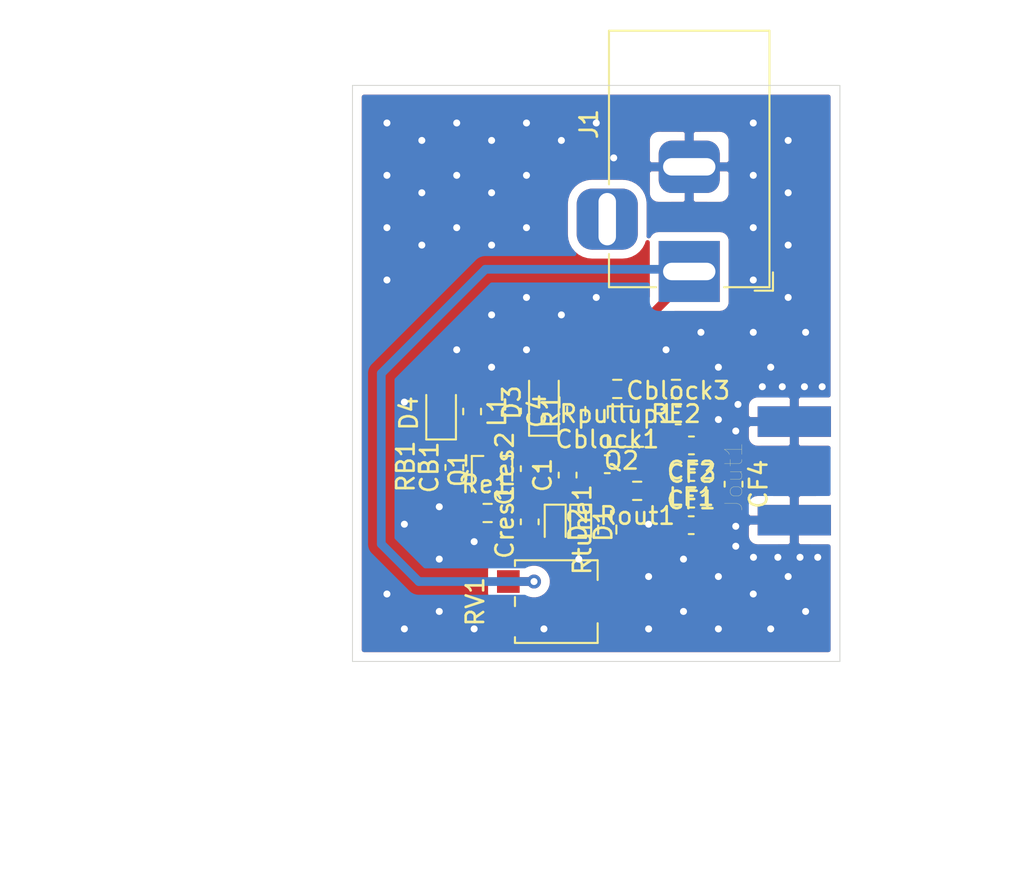
<source format=kicad_pcb>
(kicad_pcb (version 20171130) (host pcbnew "(5.1.9)-1")

  (general
    (thickness 1.6)
    (drawings 6)
    (tracks 136)
    (zones 0)
    (modules 29)
    (nets 14)
  )

  (page A4)
  (layers
    (0 F.Cu signal)
    (31 B.Cu signal)
    (32 B.Adhes user)
    (33 F.Adhes user)
    (34 B.Paste user)
    (35 F.Paste user)
    (36 B.SilkS user)
    (37 F.SilkS user)
    (38 B.Mask user)
    (39 F.Mask user)
    (40 Dwgs.User user)
    (41 Cmts.User user)
    (42 Eco1.User user)
    (43 Eco2.User user)
    (44 Edge.Cuts user)
    (45 Margin user)
    (46 B.CrtYd user)
    (47 F.CrtYd user)
    (48 B.Fab user)
    (49 F.Fab user)
  )

  (setup
    (last_trace_width 0.25)
    (user_trace_width 0.5)
    (user_trace_width 1)
    (trace_clearance 0.2)
    (zone_clearance 0.508)
    (zone_45_only no)
    (trace_min 0.2)
    (via_size 0.8)
    (via_drill 0.4)
    (via_min_size 0.4)
    (via_min_drill 0.3)
    (uvia_size 0.3)
    (uvia_drill 0.1)
    (uvias_allowed no)
    (uvia_min_size 0.2)
    (uvia_min_drill 0.1)
    (edge_width 0.05)
    (segment_width 0.2)
    (pcb_text_width 0.3)
    (pcb_text_size 1.5 1.5)
    (mod_edge_width 0.12)
    (mod_text_size 1 1)
    (mod_text_width 0.15)
    (pad_size 1.524 1.524)
    (pad_drill 0.762)
    (pad_to_mask_clearance 0)
    (aux_axis_origin 0 0)
    (visible_elements 7FFFFFFF)
    (pcbplotparams
      (layerselection 0x010fc_ffffffff)
      (usegerberextensions false)
      (usegerberattributes true)
      (usegerberadvancedattributes true)
      (creategerberjobfile true)
      (excludeedgelayer true)
      (linewidth 0.100000)
      (plotframeref false)
      (viasonmask false)
      (mode 1)
      (useauxorigin false)
      (hpglpennumber 1)
      (hpglpenspeed 20)
      (hpglpendiameter 15.000000)
      (psnegative false)
      (psa4output false)
      (plotreference true)
      (plotvalue true)
      (plotinvisibletext false)
      (padsonsilk false)
      (subtractmaskfromsilk false)
      (outputformat 1)
      (mirror false)
      (drillshape 1)
      (scaleselection 1)
      (outputdirectory ""))
  )

  (net 0 "")
  (net 1 "Net-(C1-Pad2)")
  (net 2 "Net-(C1-Pad1)")
  (net 3 "Net-(C4-Pad2)")
  (net 4 GND)
  (net 5 "Net-(CB1-Pad2)")
  (net 6 "Net-(Cblock1-Pad2)")
  (net 7 "Net-(Cres1-Pad2)")
  (net 8 +5V)
  (net 9 "Net-(CF1-Pad1)")
  (net 10 "Net-(Cblock3-Pad1)")
  (net 11 "Net-(CF2-Pad1)")
  (net 12 "Net-(Q2-Pad1)")
  (net 13 "Net-(RV1-Pad2)")

  (net_class Default "This is the default net class."
    (clearance 0.2)
    (trace_width 0.25)
    (via_dia 0.8)
    (via_drill 0.4)
    (uvia_dia 0.3)
    (uvia_drill 0.1)
    (add_net +5V)
    (add_net GND)
    (add_net "Net-(C1-Pad1)")
    (add_net "Net-(C1-Pad2)")
    (add_net "Net-(C4-Pad2)")
    (add_net "Net-(CB1-Pad2)")
    (add_net "Net-(CF1-Pad1)")
    (add_net "Net-(CF2-Pad1)")
    (add_net "Net-(Cblock1-Pad2)")
    (add_net "Net-(Cblock3-Pad1)")
    (add_net "Net-(Cres1-Pad2)")
    (add_net "Net-(Q2-Pad1)")
    (add_net "Net-(RV1-Pad2)")
  )

  (module AdditionalLibs:SAMTEC_SMA-J-P-H-ST-EM1 (layer F.Cu) (tedit 60249D12) (tstamp 607BB2B6)
    (at 105.537 53.848 90)
    (path /607A122F)
    (fp_text reference Jout1 (at -0.34105 -3.66967 90) (layer F.SilkS)
      (effects (font (size 1 1) (thickness 0.015)))
    )
    (fp_text value SMA-J-P-H-ST-EM1 (at 11.20429 12.3677 90) (layer F.Fab)
      (effects (font (size 1 1) (thickness 0.015)))
    )
    (fp_text user PCB~EDGE (at 4.30403 1.70159 90) (layer F.Fab)
      (effects (font (size 0.48 0.48) (thickness 0.015)))
    )
    (fp_line (start 3.165 1.9) (end 3.165 11.42) (layer F.Fab) (width 0.1))
    (fp_line (start 3.165 11.42) (end -3.165 11.42) (layer F.Fab) (width 0.1))
    (fp_line (start -3.165 11.42) (end -3.165 1.9) (layer F.Fab) (width 0.1))
    (fp_line (start -5 1.9) (end -3.165 1.9) (layer F.Fab) (width 0.1))
    (fp_line (start -3.165 1.9) (end 3.165 1.9) (layer F.Fab) (width 0.1))
    (fp_line (start 3.165 1.9) (end 5 1.9) (layer F.Fab) (width 0.1))
    (fp_line (start -3.165 1.9) (end -3.175 -1.91) (layer F.Fab) (width 0.1))
    (fp_line (start -3.175 -1.91) (end 3.175 -1.91) (layer F.Fab) (width 0.1))
    (fp_line (start 3.175 -1.91) (end 3.165 1.9) (layer F.Fab) (width 0.1))
    (fp_line (start -3.75 -2.55) (end 3.75 -2.55) (layer F.CrtYd) (width 0.05))
    (fp_line (start 3.75 -2.55) (end 3.75 2.15) (layer F.CrtYd) (width 0.05))
    (fp_line (start 3.75 2.15) (end 3.415 2.15) (layer F.CrtYd) (width 0.05))
    (fp_line (start 3.415 2.15) (end 3.415 11.67) (layer F.CrtYd) (width 0.05))
    (fp_line (start 3.415 11.67) (end -3.415 11.67) (layer F.CrtYd) (width 0.05))
    (fp_line (start -3.415 11.67) (end -3.415 2.15) (layer F.CrtYd) (width 0.05))
    (fp_line (start -3.415 2.15) (end -3.75 2.15) (layer F.CrtYd) (width 0.05))
    (fp_line (start -3.75 2.15) (end -3.75 -2.55) (layer F.CrtYd) (width 0.05))
    (pad 3_2 smd rect (at 2.825 -0.2 90) (size 1.75 4.2) (layers B.Cu B.Paste B.Mask)
      (net 4 GND))
    (pad 2_2 smd rect (at -2.825 -0.2 90) (size 1.75 4.2) (layers B.Cu B.Paste B.Mask)
      (net 4 GND))
    (pad 3_1 smd rect (at 2.825 -0.2 90) (size 1.75 4.2) (layers F.Cu F.Paste F.Mask)
      (net 4 GND))
    (pad 2_1 smd rect (at -2.825 -0.2 90) (size 1.75 4.2) (layers F.Cu F.Paste F.Mask)
      (net 4 GND))
    (pad 1 smd rect (at 0 0 90) (size 1.27 3.6) (layers F.Cu F.Paste F.Mask)
      (net 11 "Net-(CF2-Pad1)"))
  )

  (module Connector_BarrelJack:BarrelJack_Horizontal (layer F.Cu) (tedit 5A1DBF6A) (tstamp 607C2A3A)
    (at 99.314 42.418 270)
    (descr "DC Barrel Jack")
    (tags "Power Jack")
    (path /607D5B09)
    (fp_text reference J1 (at -8.45 5.75 90) (layer F.SilkS)
      (effects (font (size 1 1) (thickness 0.15)))
    )
    (fp_text value Barrel_Jack_MountingPin (at -6.2 -5.5 90) (layer F.Fab)
      (effects (font (size 1 1) (thickness 0.15)))
    )
    (fp_line (start 0 -4.5) (end -13.7 -4.5) (layer F.Fab) (width 0.1))
    (fp_line (start 0.8 4.5) (end 0.8 -3.75) (layer F.Fab) (width 0.1))
    (fp_line (start -13.7 4.5) (end 0.8 4.5) (layer F.Fab) (width 0.1))
    (fp_line (start -13.7 -4.5) (end -13.7 4.5) (layer F.Fab) (width 0.1))
    (fp_line (start -10.2 -4.5) (end -10.2 4.5) (layer F.Fab) (width 0.1))
    (fp_line (start 0.9 -4.6) (end 0.9 -2) (layer F.SilkS) (width 0.12))
    (fp_line (start -13.8 -4.6) (end 0.9 -4.6) (layer F.SilkS) (width 0.12))
    (fp_line (start 0.9 4.6) (end -1 4.6) (layer F.SilkS) (width 0.12))
    (fp_line (start 0.9 1.9) (end 0.9 4.6) (layer F.SilkS) (width 0.12))
    (fp_line (start -13.8 4.6) (end -13.8 -4.6) (layer F.SilkS) (width 0.12))
    (fp_line (start -5 4.6) (end -13.8 4.6) (layer F.SilkS) (width 0.12))
    (fp_line (start -14 4.75) (end -14 -4.75) (layer F.CrtYd) (width 0.05))
    (fp_line (start -5 4.75) (end -14 4.75) (layer F.CrtYd) (width 0.05))
    (fp_line (start -5 6.75) (end -5 4.75) (layer F.CrtYd) (width 0.05))
    (fp_line (start -1 6.75) (end -5 6.75) (layer F.CrtYd) (width 0.05))
    (fp_line (start -1 4.75) (end -1 6.75) (layer F.CrtYd) (width 0.05))
    (fp_line (start 1 4.75) (end -1 4.75) (layer F.CrtYd) (width 0.05))
    (fp_line (start 1 2) (end 1 4.75) (layer F.CrtYd) (width 0.05))
    (fp_line (start 2 2) (end 1 2) (layer F.CrtYd) (width 0.05))
    (fp_line (start 2 -2) (end 2 2) (layer F.CrtYd) (width 0.05))
    (fp_line (start 1 -2) (end 2 -2) (layer F.CrtYd) (width 0.05))
    (fp_line (start 1 -4.5) (end 1 -2) (layer F.CrtYd) (width 0.05))
    (fp_line (start 1 -4.75) (end -14 -4.75) (layer F.CrtYd) (width 0.05))
    (fp_line (start 1 -4.5) (end 1 -4.75) (layer F.CrtYd) (width 0.05))
    (fp_line (start 0.05 -4.8) (end 1.1 -4.8) (layer F.SilkS) (width 0.12))
    (fp_line (start 1.1 -3.75) (end 1.1 -4.8) (layer F.SilkS) (width 0.12))
    (fp_line (start -0.003213 -4.505425) (end 0.8 -3.75) (layer F.Fab) (width 0.1))
    (fp_text user %R (at -3 -2.95 90) (layer F.Fab)
      (effects (font (size 1 1) (thickness 0.15)))
    )
    (pad 3 thru_hole roundrect (at -3 4.7 270) (size 3.5 3.5) (drill oval 3 1) (layers *.Cu *.Mask) (roundrect_rratio 0.25))
    (pad 2 thru_hole roundrect (at -6 0 270) (size 3 3.5) (drill oval 1 3) (layers *.Cu *.Mask) (roundrect_rratio 0.25)
      (net 4 GND))
    (pad 1 thru_hole rect (at 0 0 270) (size 3.5 3.5) (drill oval 1 3) (layers *.Cu *.Mask)
      (net 8 +5V))
    (model ${KISYS3DMOD}/Connector_BarrelJack.3dshapes/BarrelJack_Horizontal.wrl
      (at (xyz 0 0 0))
      (scale (xyz 1 1 1))
      (rotate (xyz 0 0 0))
    )
  )

  (module Capacitor_SMD:C_0603_1608Metric (layer F.Cu) (tedit 5F68FEEE) (tstamp 607BB0B9)
    (at 85.84946 53.65018 90)
    (descr "Capacitor SMD 0603 (1608 Metric), square (rectangular) end terminal, IPC_7351 nominal, (Body size source: IPC-SM-782 page 76, https://www.pcb-3d.com/wordpress/wp-content/uploads/ipc-sm-782a_amendment_1_and_2.pdf), generated with kicad-footprint-generator")
    (tags capacitor)
    (path /607DCCF2)
    (attr smd)
    (fp_text reference CB1 (at 0 -1.43 90) (layer F.SilkS)
      (effects (font (size 1 1) (thickness 0.15)))
    )
    (fp_text value 10n (at 0 1.43 90) (layer F.Fab)
      (effects (font (size 1 1) (thickness 0.15)))
    )
    (fp_line (start 1.48 0.73) (end -1.48 0.73) (layer F.CrtYd) (width 0.05))
    (fp_line (start 1.48 -0.73) (end 1.48 0.73) (layer F.CrtYd) (width 0.05))
    (fp_line (start -1.48 -0.73) (end 1.48 -0.73) (layer F.CrtYd) (width 0.05))
    (fp_line (start -1.48 0.73) (end -1.48 -0.73) (layer F.CrtYd) (width 0.05))
    (fp_line (start -0.14058 0.51) (end 0.14058 0.51) (layer F.SilkS) (width 0.12))
    (fp_line (start -0.14058 -0.51) (end 0.14058 -0.51) (layer F.SilkS) (width 0.12))
    (fp_line (start 0.8 0.4) (end -0.8 0.4) (layer F.Fab) (width 0.1))
    (fp_line (start 0.8 -0.4) (end 0.8 0.4) (layer F.Fab) (width 0.1))
    (fp_line (start -0.8 -0.4) (end 0.8 -0.4) (layer F.Fab) (width 0.1))
    (fp_line (start -0.8 0.4) (end -0.8 -0.4) (layer F.Fab) (width 0.1))
    (fp_text user %R (at 0 0 90) (layer F.Fab)
      (effects (font (size 0.4 0.4) (thickness 0.06)))
    )
    (pad 2 smd roundrect (at 0.775 0 90) (size 0.9 0.95) (layers F.Cu F.Paste F.Mask) (roundrect_rratio 0.25)
      (net 5 "Net-(CB1-Pad2)"))
    (pad 1 smd roundrect (at -0.775 0 90) (size 0.9 0.95) (layers F.Cu F.Paste F.Mask) (roundrect_rratio 0.25)
      (net 4 GND))
    (model ${KISYS3DMOD}/Capacitor_SMD.3dshapes/C_0603_1608Metric.wrl
      (at (xyz 0 0 0))
      (scale (xyz 1 1 1))
      (rotate (xyz 0 0 0))
    )
  )

  (module Diode_SMD:D_SOD-323F (layer F.Cu) (tedit 590A48EB) (tstamp 607BD20A)
    (at 85.09 50.546 90)
    (descr "SOD-323F http://www.nxp.com/documents/outline_drawing/SOD323F.pdf")
    (tags SOD-323F)
    (path /607E0E0D)
    (attr smd)
    (fp_text reference D4 (at 0 -1.85 90) (layer F.SilkS)
      (effects (font (size 1 1) (thickness 0.15)))
    )
    (fp_text value 1N4148 (at 0.1 1.9 90) (layer F.Fab)
      (effects (font (size 1 1) (thickness 0.15)))
    )
    (fp_line (start -1.5 -0.85) (end -1.5 0.85) (layer F.SilkS) (width 0.12))
    (fp_line (start 0.2 0) (end 0.45 0) (layer F.Fab) (width 0.1))
    (fp_line (start 0.2 0.35) (end -0.3 0) (layer F.Fab) (width 0.1))
    (fp_line (start 0.2 -0.35) (end 0.2 0.35) (layer F.Fab) (width 0.1))
    (fp_line (start -0.3 0) (end 0.2 -0.35) (layer F.Fab) (width 0.1))
    (fp_line (start -0.3 0) (end -0.5 0) (layer F.Fab) (width 0.1))
    (fp_line (start -0.3 -0.35) (end -0.3 0.35) (layer F.Fab) (width 0.1))
    (fp_line (start -0.9 0.7) (end -0.9 -0.7) (layer F.Fab) (width 0.1))
    (fp_line (start 0.9 0.7) (end -0.9 0.7) (layer F.Fab) (width 0.1))
    (fp_line (start 0.9 -0.7) (end 0.9 0.7) (layer F.Fab) (width 0.1))
    (fp_line (start -0.9 -0.7) (end 0.9 -0.7) (layer F.Fab) (width 0.1))
    (fp_line (start -1.6 -0.95) (end 1.6 -0.95) (layer F.CrtYd) (width 0.05))
    (fp_line (start 1.6 -0.95) (end 1.6 0.95) (layer F.CrtYd) (width 0.05))
    (fp_line (start -1.6 0.95) (end 1.6 0.95) (layer F.CrtYd) (width 0.05))
    (fp_line (start -1.6 -0.95) (end -1.6 0.95) (layer F.CrtYd) (width 0.05))
    (fp_line (start -1.5 0.85) (end 1.05 0.85) (layer F.SilkS) (width 0.12))
    (fp_line (start -1.5 -0.85) (end 1.05 -0.85) (layer F.SilkS) (width 0.12))
    (fp_text user %R (at 0 -1.85 90) (layer F.Fab)
      (effects (font (size 1 1) (thickness 0.15)))
    )
    (pad 2 smd rect (at 1.1 0 90) (size 0.5 0.5) (layers F.Cu F.Paste F.Mask)
      (net 3 "Net-(C4-Pad2)"))
    (pad 1 smd rect (at -1.1 0 90) (size 0.5 0.5) (layers F.Cu F.Paste F.Mask)
      (net 5 "Net-(CB1-Pad2)"))
    (model ${KISYS3DMOD}/Diode_SMD.3dshapes/D_SOD-323F.wrl
      (at (xyz 0 0 0))
      (scale (xyz 1 1 1))
      (rotate (xyz 0 0 0))
    )
  )

  (module Potentiometer_SMD:Potentiometer_Bourns_3314G_Vertical (layer F.Cu) (tedit 5A81E1D7) (tstamp 607BD349)
    (at 91.694 61.341 90)
    (descr "Potentiometer, vertical, Bourns 3314G, http://www.bourns.com/docs/Product-Datasheets/3314.pdf")
    (tags "Potentiometer vertical Bourns 3314G")
    (path /607C93B7)
    (attr smd)
    (fp_text reference RV1 (at 0 -4.65 90) (layer F.SilkS)
      (effects (font (size 1 1) (thickness 0.15)))
    )
    (fp_text value R_POT (at 0 4.65 90) (layer F.Fab)
      (effects (font (size 1 1) (thickness 0.15)))
    )
    (fp_circle (center 0 0) (end 1 0) (layer F.Fab) (width 0.1))
    (fp_line (start -2.25 -2.25) (end -2.25 2.25) (layer F.Fab) (width 0.1))
    (fp_line (start -2.25 2.25) (end 2.25 2.25) (layer F.Fab) (width 0.1))
    (fp_line (start 2.25 2.25) (end 2.25 -2.25) (layer F.Fab) (width 0.1))
    (fp_line (start 2.25 -2.25) (end -2.25 -2.25) (layer F.Fab) (width 0.1))
    (fp_line (start 0 0.99) (end 0.001 -0.989) (layer F.Fab) (width 0.1))
    (fp_line (start 0 0.99) (end 0.001 -0.989) (layer F.Fab) (width 0.1))
    (fp_line (start 2.04 -2.37) (end 2.37 -2.37) (layer F.SilkS) (width 0.12))
    (fp_line (start -2.37 -2.37) (end -2.039 -2.37) (layer F.SilkS) (width 0.12))
    (fp_line (start -0.259 -2.37) (end 0.26 -2.37) (layer F.SilkS) (width 0.12))
    (fp_line (start -2.37 2.37) (end -1.24 2.37) (layer F.SilkS) (width 0.12))
    (fp_line (start 1.24 2.37) (end 2.37 2.37) (layer F.SilkS) (width 0.12))
    (fp_line (start -2.37 -2.37) (end -2.37 2.37) (layer F.SilkS) (width 0.12))
    (fp_line (start 2.37 -2.37) (end 2.37 2.37) (layer F.SilkS) (width 0.12))
    (fp_line (start -2.5 -3.65) (end -2.5 3.65) (layer F.CrtYd) (width 0.05))
    (fp_line (start -2.5 3.65) (end 2.5 3.65) (layer F.CrtYd) (width 0.05))
    (fp_line (start 2.5 3.65) (end 2.5 -3.65) (layer F.CrtYd) (width 0.05))
    (fp_line (start 2.5 -3.65) (end -2.5 -3.65) (layer F.CrtYd) (width 0.05))
    (fp_text user %R (at 0 -1.7 90) (layer F.Fab)
      (effects (font (size 0.63 0.63) (thickness 0.15)))
    )
    (pad 3 smd rect (at -1.15 -2.75 90) (size 1.3 1.3) (layers F.Cu F.Paste F.Mask)
      (net 4 GND))
    (pad 2 smd rect (at 0 2.75 90) (size 2 1.3) (layers F.Cu F.Paste F.Mask)
      (net 13 "Net-(RV1-Pad2)"))
    (pad 1 smd rect (at 1.15 -2.75 90) (size 1.3 1.3) (layers F.Cu F.Paste F.Mask)
      (net 8 +5V))
    (model ${KISYS3DMOD}/Potentiometer_SMD.3dshapes/Potentiometer_Bourns_3314G_Vertical.wrl
      (at (xyz 0 0 0))
      (scale (xyz 1 1 1))
      (rotate (xyz 0 0 0))
    )
  )

  (module Resistor_SMD:R_0603_1608Metric (layer F.Cu) (tedit 5F68FEEE) (tstamp 607BD31F)
    (at 95.187 49.149 180)
    (descr "Resistor SMD 0603 (1608 Metric), square (rectangular) end terminal, IPC_7351 nominal, (Body size source: IPC-SM-782 page 72, https://www.pcb-3d.com/wordpress/wp-content/uploads/ipc-sm-782a_amendment_1_and_2.pdf), generated with kicad-footprint-generator")
    (tags resistor)
    (path /607BB1D9)
    (attr smd)
    (fp_text reference Rpullup1 (at 0 -1.43) (layer F.SilkS)
      (effects (font (size 1 1) (thickness 0.15)))
    )
    (fp_text value 3.3k (at 0 1.43) (layer F.Fab)
      (effects (font (size 1 1) (thickness 0.15)))
    )
    (fp_line (start -0.8 0.4125) (end -0.8 -0.4125) (layer F.Fab) (width 0.1))
    (fp_line (start -0.8 -0.4125) (end 0.8 -0.4125) (layer F.Fab) (width 0.1))
    (fp_line (start 0.8 -0.4125) (end 0.8 0.4125) (layer F.Fab) (width 0.1))
    (fp_line (start 0.8 0.4125) (end -0.8 0.4125) (layer F.Fab) (width 0.1))
    (fp_line (start -0.237258 -0.5225) (end 0.237258 -0.5225) (layer F.SilkS) (width 0.12))
    (fp_line (start -0.237258 0.5225) (end 0.237258 0.5225) (layer F.SilkS) (width 0.12))
    (fp_line (start -1.48 0.73) (end -1.48 -0.73) (layer F.CrtYd) (width 0.05))
    (fp_line (start -1.48 -0.73) (end 1.48 -0.73) (layer F.CrtYd) (width 0.05))
    (fp_line (start 1.48 -0.73) (end 1.48 0.73) (layer F.CrtYd) (width 0.05))
    (fp_line (start 1.48 0.73) (end -1.48 0.73) (layer F.CrtYd) (width 0.05))
    (fp_text user %R (at 0 0) (layer F.Fab)
      (effects (font (size 0.4 0.4) (thickness 0.06)))
    )
    (pad 2 smd roundrect (at 0.825 0 180) (size 0.8 0.95) (layers F.Cu F.Paste F.Mask) (roundrect_rratio 0.25)
      (net 3 "Net-(C4-Pad2)"))
    (pad 1 smd roundrect (at -0.825 0 180) (size 0.8 0.95) (layers F.Cu F.Paste F.Mask) (roundrect_rratio 0.25)
      (net 12 "Net-(Q2-Pad1)"))
    (model ${KISYS3DMOD}/Resistor_SMD.3dshapes/R_0603_1608Metric.wrl
      (at (xyz 0 0 0))
      (scale (xyz 1 1 1))
      (rotate (xyz 0 0 0))
    )
  )

  (module Resistor_SMD:R_0603_1608Metric (layer F.Cu) (tedit 5F68FEEE) (tstamp 607BD2FE)
    (at 98.552 49.149 180)
    (descr "Resistor SMD 0603 (1608 Metric), square (rectangular) end terminal, IPC_7351 nominal, (Body size source: IPC-SM-782 page 72, https://www.pcb-3d.com/wordpress/wp-content/uploads/ipc-sm-782a_amendment_1_and_2.pdf), generated with kicad-footprint-generator")
    (tags resistor)
    (path /607BA26E)
    (attr smd)
    (fp_text reference RE2 (at 0 -1.43) (layer F.SilkS)
      (effects (font (size 1 1) (thickness 0.15)))
    )
    (fp_text value 86 (at 0 1.43) (layer F.Fab)
      (effects (font (size 1 1) (thickness 0.15)))
    )
    (fp_line (start -0.8 0.4125) (end -0.8 -0.4125) (layer F.Fab) (width 0.1))
    (fp_line (start -0.8 -0.4125) (end 0.8 -0.4125) (layer F.Fab) (width 0.1))
    (fp_line (start 0.8 -0.4125) (end 0.8 0.4125) (layer F.Fab) (width 0.1))
    (fp_line (start 0.8 0.4125) (end -0.8 0.4125) (layer F.Fab) (width 0.1))
    (fp_line (start -0.237258 -0.5225) (end 0.237258 -0.5225) (layer F.SilkS) (width 0.12))
    (fp_line (start -0.237258 0.5225) (end 0.237258 0.5225) (layer F.SilkS) (width 0.12))
    (fp_line (start -1.48 0.73) (end -1.48 -0.73) (layer F.CrtYd) (width 0.05))
    (fp_line (start -1.48 -0.73) (end 1.48 -0.73) (layer F.CrtYd) (width 0.05))
    (fp_line (start 1.48 -0.73) (end 1.48 0.73) (layer F.CrtYd) (width 0.05))
    (fp_line (start 1.48 0.73) (end -1.48 0.73) (layer F.CrtYd) (width 0.05))
    (fp_text user %R (at 0 0) (layer F.Fab)
      (effects (font (size 0.4 0.4) (thickness 0.06)))
    )
    (pad 2 smd roundrect (at 0.825 0 180) (size 0.8 0.95) (layers F.Cu F.Paste F.Mask) (roundrect_rratio 0.25)
      (net 10 "Net-(Cblock3-Pad1)"))
    (pad 1 smd roundrect (at -0.825 0 180) (size 0.8 0.95) (layers F.Cu F.Paste F.Mask) (roundrect_rratio 0.25)
      (net 4 GND))
    (model ${KISYS3DMOD}/Resistor_SMD.3dshapes/R_0603_1608Metric.wrl
      (at (xyz 0 0 0))
      (scale (xyz 1 1 1))
      (rotate (xyz 0 0 0))
    )
  )

  (module Resistor_SMD:R_0603_1608Metric (layer F.Cu) (tedit 5F68FEEE) (tstamp 607BD2DD)
    (at 84.328 53.657 90)
    (descr "Resistor SMD 0603 (1608 Metric), square (rectangular) end terminal, IPC_7351 nominal, (Body size source: IPC-SM-782 page 72, https://www.pcb-3d.com/wordpress/wp-content/uploads/ipc-sm-782a_amendment_1_and_2.pdf), generated with kicad-footprint-generator")
    (tags resistor)
    (path /607DC739)
    (attr smd)
    (fp_text reference RB1 (at 0.063 -1.27 90) (layer F.SilkS)
      (effects (font (size 1 1) (thickness 0.15)))
    )
    (fp_text value 2.2k (at 0 1.43 90) (layer F.Fab)
      (effects (font (size 1 1) (thickness 0.15)))
    )
    (fp_line (start -0.8 0.4125) (end -0.8 -0.4125) (layer F.Fab) (width 0.1))
    (fp_line (start -0.8 -0.4125) (end 0.8 -0.4125) (layer F.Fab) (width 0.1))
    (fp_line (start 0.8 -0.4125) (end 0.8 0.4125) (layer F.Fab) (width 0.1))
    (fp_line (start 0.8 0.4125) (end -0.8 0.4125) (layer F.Fab) (width 0.1))
    (fp_line (start -0.237258 -0.5225) (end 0.237258 -0.5225) (layer F.SilkS) (width 0.12))
    (fp_line (start -0.237258 0.5225) (end 0.237258 0.5225) (layer F.SilkS) (width 0.12))
    (fp_line (start -1.48 0.73) (end -1.48 -0.73) (layer F.CrtYd) (width 0.05))
    (fp_line (start -1.48 -0.73) (end 1.48 -0.73) (layer F.CrtYd) (width 0.05))
    (fp_line (start 1.48 -0.73) (end 1.48 0.73) (layer F.CrtYd) (width 0.05))
    (fp_line (start 1.48 0.73) (end -1.48 0.73) (layer F.CrtYd) (width 0.05))
    (fp_text user %R (at 0 0 90) (layer F.Fab)
      (effects (font (size 0.4 0.4) (thickness 0.06)))
    )
    (pad 2 smd roundrect (at 0.825 0 90) (size 0.8 0.95) (layers F.Cu F.Paste F.Mask) (roundrect_rratio 0.25)
      (net 5 "Net-(CB1-Pad2)"))
    (pad 1 smd roundrect (at -0.825 0 90) (size 0.8 0.95) (layers F.Cu F.Paste F.Mask) (roundrect_rratio 0.25)
      (net 4 GND))
    (model ${KISYS3DMOD}/Resistor_SMD.3dshapes/R_0603_1608Metric.wrl
      (at (xyz 0 0 0))
      (scale (xyz 1 1 1))
      (rotate (xyz 0 0 0))
    )
  )

  (module Package_TO_SOT_SMD:SOT-323_SC-70 (layer F.Cu) (tedit 5A02FF57) (tstamp 607BD2AC)
    (at 95.377 51.308 180)
    (descr "SOT-323, SC-70")
    (tags "SOT-323 SC-70")
    (path /607B967A)
    (attr smd)
    (fp_text reference Q2 (at -0.05 -1.95) (layer F.SilkS)
      (effects (font (size 1 1) (thickness 0.15)))
    )
    (fp_text value BFR193 (at -0.05 2.05) (layer F.Fab)
      (effects (font (size 1 1) (thickness 0.15)))
    )
    (fp_line (start 0.73 0.5) (end 0.73 1.16) (layer F.SilkS) (width 0.12))
    (fp_line (start 0.73 -1.16) (end 0.73 -0.5) (layer F.SilkS) (width 0.12))
    (fp_line (start 1.7 1.3) (end -1.7 1.3) (layer F.CrtYd) (width 0.05))
    (fp_line (start 1.7 -1.3) (end 1.7 1.3) (layer F.CrtYd) (width 0.05))
    (fp_line (start -1.7 -1.3) (end 1.7 -1.3) (layer F.CrtYd) (width 0.05))
    (fp_line (start -1.7 1.3) (end -1.7 -1.3) (layer F.CrtYd) (width 0.05))
    (fp_line (start 0.73 -1.16) (end -1.3 -1.16) (layer F.SilkS) (width 0.12))
    (fp_line (start -0.68 1.16) (end 0.73 1.16) (layer F.SilkS) (width 0.12))
    (fp_line (start 0.67 -1.1) (end -0.18 -1.1) (layer F.Fab) (width 0.1))
    (fp_line (start -0.68 -0.6) (end -0.68 1.1) (layer F.Fab) (width 0.1))
    (fp_line (start 0.67 -1.1) (end 0.67 1.1) (layer F.Fab) (width 0.1))
    (fp_line (start 0.67 1.1) (end -0.68 1.1) (layer F.Fab) (width 0.1))
    (fp_line (start -0.18 -1.1) (end -0.68 -0.6) (layer F.Fab) (width 0.1))
    (fp_text user %R (at 0 0 90) (layer F.Fab)
      (effects (font (size 0.5 0.5) (thickness 0.075)))
    )
    (pad 3 smd rect (at 1 0 90) (size 0.45 0.7) (layers F.Cu F.Paste F.Mask)
      (net 3 "Net-(C4-Pad2)"))
    (pad 2 smd rect (at -1 0.65 90) (size 0.45 0.7) (layers F.Cu F.Paste F.Mask)
      (net 10 "Net-(Cblock3-Pad1)"))
    (pad 1 smd rect (at -1 -0.65 90) (size 0.45 0.7) (layers F.Cu F.Paste F.Mask)
      (net 12 "Net-(Q2-Pad1)"))
    (model ${KISYS3DMOD}/Package_TO_SOT_SMD.3dshapes/SOT-323_SC-70.wrl
      (at (xyz 0 0 0))
      (scale (xyz 1 1 1))
      (rotate (xyz 0 0 0))
    )
  )

  (module Inductor_SMD:L_0603_1608Metric (layer F.Cu) (tedit 5F68FEF0) (tstamp 607BD26F)
    (at 99.441 53.9115 180)
    (descr "Inductor SMD 0603 (1608 Metric), square (rectangular) end terminal, IPC_7351 nominal, (Body size source: http://www.tortai-tech.com/upload/download/2011102023233369053.pdf), generated with kicad-footprint-generator")
    (tags inductor)
    (path /607C7B5E)
    (attr smd)
    (fp_text reference LF1 (at 0 -1.43) (layer F.SilkS)
      (effects (font (size 1 1) (thickness 0.15)))
    )
    (fp_text value 91n (at 0 1.43) (layer F.Fab)
      (effects (font (size 1 1) (thickness 0.15)))
    )
    (fp_line (start -0.8 0.4) (end -0.8 -0.4) (layer F.Fab) (width 0.1))
    (fp_line (start -0.8 -0.4) (end 0.8 -0.4) (layer F.Fab) (width 0.1))
    (fp_line (start 0.8 -0.4) (end 0.8 0.4) (layer F.Fab) (width 0.1))
    (fp_line (start 0.8 0.4) (end -0.8 0.4) (layer F.Fab) (width 0.1))
    (fp_line (start -0.162779 -0.51) (end 0.162779 -0.51) (layer F.SilkS) (width 0.12))
    (fp_line (start -0.162779 0.51) (end 0.162779 0.51) (layer F.SilkS) (width 0.12))
    (fp_line (start -1.48 0.73) (end -1.48 -0.73) (layer F.CrtYd) (width 0.05))
    (fp_line (start -1.48 -0.73) (end 1.48 -0.73) (layer F.CrtYd) (width 0.05))
    (fp_line (start 1.48 -0.73) (end 1.48 0.73) (layer F.CrtYd) (width 0.05))
    (fp_line (start 1.48 0.73) (end -1.48 0.73) (layer F.CrtYd) (width 0.05))
    (fp_text user %R (at 0 0) (layer F.Fab)
      (effects (font (size 0.4 0.4) (thickness 0.06)))
    )
    (pad 2 smd roundrect (at 0.7875 0 180) (size 0.875 0.95) (layers F.Cu F.Paste F.Mask) (roundrect_rratio 0.25)
      (net 9 "Net-(CF1-Pad1)"))
    (pad 1 smd roundrect (at -0.7875 0 180) (size 0.875 0.95) (layers F.Cu F.Paste F.Mask) (roundrect_rratio 0.25)
      (net 11 "Net-(CF2-Pad1)"))
    (model ${KISYS3DMOD}/Inductor_SMD.3dshapes/L_0603_1608Metric.wrl
      (at (xyz 0 0 0))
      (scale (xyz 1 1 1))
      (rotate (xyz 0 0 0))
    )
  )

  (module Capacitor_SMD:C_0603_1608Metric (layer F.Cu) (tedit 5F68FEEE) (tstamp 607BD141)
    (at 101.854 54.61 270)
    (descr "Capacitor SMD 0603 (1608 Metric), square (rectangular) end terminal, IPC_7351 nominal, (Body size source: IPC-SM-782 page 76, https://www.pcb-3d.com/wordpress/wp-content/uploads/ipc-sm-782a_amendment_1_and_2.pdf), generated with kicad-footprint-generator")
    (tags capacitor)
    (path /607C65C3)
    (attr smd)
    (fp_text reference CF4 (at 0 -1.43 90) (layer F.SilkS)
      (effects (font (size 1 1) (thickness 0.15)))
    )
    (fp_text value 33n (at 0 1.43 90) (layer F.Fab)
      (effects (font (size 1 1) (thickness 0.15)))
    )
    (fp_line (start -0.8 0.4) (end -0.8 -0.4) (layer F.Fab) (width 0.1))
    (fp_line (start -0.8 -0.4) (end 0.8 -0.4) (layer F.Fab) (width 0.1))
    (fp_line (start 0.8 -0.4) (end 0.8 0.4) (layer F.Fab) (width 0.1))
    (fp_line (start 0.8 0.4) (end -0.8 0.4) (layer F.Fab) (width 0.1))
    (fp_line (start -0.14058 -0.51) (end 0.14058 -0.51) (layer F.SilkS) (width 0.12))
    (fp_line (start -0.14058 0.51) (end 0.14058 0.51) (layer F.SilkS) (width 0.12))
    (fp_line (start -1.48 0.73) (end -1.48 -0.73) (layer F.CrtYd) (width 0.05))
    (fp_line (start -1.48 -0.73) (end 1.48 -0.73) (layer F.CrtYd) (width 0.05))
    (fp_line (start 1.48 -0.73) (end 1.48 0.73) (layer F.CrtYd) (width 0.05))
    (fp_line (start 1.48 0.73) (end -1.48 0.73) (layer F.CrtYd) (width 0.05))
    (fp_text user %R (at 0 0 90) (layer F.Fab)
      (effects (font (size 0.4 0.4) (thickness 0.06)))
    )
    (pad 2 smd roundrect (at 0.775 0 270) (size 0.9 0.95) (layers F.Cu F.Paste F.Mask) (roundrect_rratio 0.25)
      (net 4 GND))
    (pad 1 smd roundrect (at -0.775 0 270) (size 0.9 0.95) (layers F.Cu F.Paste F.Mask) (roundrect_rratio 0.25)
      (net 11 "Net-(CF2-Pad1)"))
    (model ${KISYS3DMOD}/Capacitor_SMD.3dshapes/C_0603_1608Metric.wrl
      (at (xyz 0 0 0))
      (scale (xyz 1 1 1))
      (rotate (xyz 0 0 0))
    )
  )

  (module Capacitor_SMD:C_0603_1608Metric (layer F.Cu) (tedit 5F68FEEE) (tstamp 607BD130)
    (at 99.454 55.4355)
    (descr "Capacitor SMD 0603 (1608 Metric), square (rectangular) end terminal, IPC_7351 nominal, (Body size source: IPC-SM-782 page 76, https://www.pcb-3d.com/wordpress/wp-content/uploads/ipc-sm-782a_amendment_1_and_2.pdf), generated with kicad-footprint-generator")
    (tags capacitor)
    (path /607C639F)
    (attr smd)
    (fp_text reference CF3 (at 0 -1.43) (layer F.SilkS)
      (effects (font (size 1 1) (thickness 0.15)))
    )
    (fp_text value 33n (at 0 1.43) (layer F.Fab)
      (effects (font (size 1 1) (thickness 0.15)))
    )
    (fp_line (start -0.8 0.4) (end -0.8 -0.4) (layer F.Fab) (width 0.1))
    (fp_line (start -0.8 -0.4) (end 0.8 -0.4) (layer F.Fab) (width 0.1))
    (fp_line (start 0.8 -0.4) (end 0.8 0.4) (layer F.Fab) (width 0.1))
    (fp_line (start 0.8 0.4) (end -0.8 0.4) (layer F.Fab) (width 0.1))
    (fp_line (start -0.14058 -0.51) (end 0.14058 -0.51) (layer F.SilkS) (width 0.12))
    (fp_line (start -0.14058 0.51) (end 0.14058 0.51) (layer F.SilkS) (width 0.12))
    (fp_line (start -1.48 0.73) (end -1.48 -0.73) (layer F.CrtYd) (width 0.05))
    (fp_line (start -1.48 -0.73) (end 1.48 -0.73) (layer F.CrtYd) (width 0.05))
    (fp_line (start 1.48 -0.73) (end 1.48 0.73) (layer F.CrtYd) (width 0.05))
    (fp_line (start 1.48 0.73) (end -1.48 0.73) (layer F.CrtYd) (width 0.05))
    (fp_text user %R (at 0 0) (layer F.Fab)
      (effects (font (size 0.4 0.4) (thickness 0.06)))
    )
    (pad 2 smd roundrect (at 0.775 0) (size 0.9 0.95) (layers F.Cu F.Paste F.Mask) (roundrect_rratio 0.25)
      (net 4 GND))
    (pad 1 smd roundrect (at -0.775 0) (size 0.9 0.95) (layers F.Cu F.Paste F.Mask) (roundrect_rratio 0.25)
      (net 9 "Net-(CF1-Pad1)"))
    (model ${KISYS3DMOD}/Capacitor_SMD.3dshapes/C_0603_1608Metric.wrl
      (at (xyz 0 0 0))
      (scale (xyz 1 1 1))
      (rotate (xyz 0 0 0))
    )
  )

  (module Capacitor_SMD:C_0603_1608Metric (layer F.Cu) (tedit 5F68FEEE) (tstamp 607BD11F)
    (at 99.441 52.3875 180)
    (descr "Capacitor SMD 0603 (1608 Metric), square (rectangular) end terminal, IPC_7351 nominal, (Body size source: IPC-SM-782 page 76, https://www.pcb-3d.com/wordpress/wp-content/uploads/ipc-sm-782a_amendment_1_and_2.pdf), generated with kicad-footprint-generator")
    (tags capacitor)
    (path /607D2FDB)
    (attr smd)
    (fp_text reference CF2 (at 0 -1.43) (layer F.SilkS)
      (effects (font (size 1 1) (thickness 0.15)))
    )
    (fp_text value 33n (at 0 1.43) (layer F.Fab)
      (effects (font (size 1 1) (thickness 0.15)))
    )
    (fp_line (start -0.8 0.4) (end -0.8 -0.4) (layer F.Fab) (width 0.1))
    (fp_line (start -0.8 -0.4) (end 0.8 -0.4) (layer F.Fab) (width 0.1))
    (fp_line (start 0.8 -0.4) (end 0.8 0.4) (layer F.Fab) (width 0.1))
    (fp_line (start 0.8 0.4) (end -0.8 0.4) (layer F.Fab) (width 0.1))
    (fp_line (start -0.14058 -0.51) (end 0.14058 -0.51) (layer F.SilkS) (width 0.12))
    (fp_line (start -0.14058 0.51) (end 0.14058 0.51) (layer F.SilkS) (width 0.12))
    (fp_line (start -1.48 0.73) (end -1.48 -0.73) (layer F.CrtYd) (width 0.05))
    (fp_line (start -1.48 -0.73) (end 1.48 -0.73) (layer F.CrtYd) (width 0.05))
    (fp_line (start 1.48 -0.73) (end 1.48 0.73) (layer F.CrtYd) (width 0.05))
    (fp_line (start 1.48 0.73) (end -1.48 0.73) (layer F.CrtYd) (width 0.05))
    (fp_text user %R (at 0 0) (layer F.Fab)
      (effects (font (size 0.4 0.4) (thickness 0.06)))
    )
    (pad 2 smd roundrect (at 0.775 0 180) (size 0.9 0.95) (layers F.Cu F.Paste F.Mask) (roundrect_rratio 0.25)
      (net 9 "Net-(CF1-Pad1)"))
    (pad 1 smd roundrect (at -0.775 0 180) (size 0.9 0.95) (layers F.Cu F.Paste F.Mask) (roundrect_rratio 0.25)
      (net 11 "Net-(CF2-Pad1)"))
    (model ${KISYS3DMOD}/Capacitor_SMD.3dshapes/C_0603_1608Metric.wrl
      (at (xyz 0 0 0))
      (scale (xyz 1 1 1))
      (rotate (xyz 0 0 0))
    )
  )

  (module Capacitor_SMD:C_0603_1608Metric (layer F.Cu) (tedit 5F68FEEE) (tstamp 607BD10E)
    (at 99.428 56.9595)
    (descr "Capacitor SMD 0603 (1608 Metric), square (rectangular) end terminal, IPC_7351 nominal, (Body size source: IPC-SM-782 page 76, https://www.pcb-3d.com/wordpress/wp-content/uploads/ipc-sm-782a_amendment_1_and_2.pdf), generated with kicad-footprint-generator")
    (tags capacitor)
    (path /607C4D32)
    (attr smd)
    (fp_text reference CF1 (at 0 -1.43) (layer F.SilkS)
      (effects (font (size 1 1) (thickness 0.15)))
    )
    (fp_text value 10n (at 0 1.43) (layer F.Fab)
      (effects (font (size 1 1) (thickness 0.15)))
    )
    (fp_line (start -0.8 0.4) (end -0.8 -0.4) (layer F.Fab) (width 0.1))
    (fp_line (start -0.8 -0.4) (end 0.8 -0.4) (layer F.Fab) (width 0.1))
    (fp_line (start 0.8 -0.4) (end 0.8 0.4) (layer F.Fab) (width 0.1))
    (fp_line (start 0.8 0.4) (end -0.8 0.4) (layer F.Fab) (width 0.1))
    (fp_line (start -0.14058 -0.51) (end 0.14058 -0.51) (layer F.SilkS) (width 0.12))
    (fp_line (start -0.14058 0.51) (end 0.14058 0.51) (layer F.SilkS) (width 0.12))
    (fp_line (start -1.48 0.73) (end -1.48 -0.73) (layer F.CrtYd) (width 0.05))
    (fp_line (start -1.48 -0.73) (end 1.48 -0.73) (layer F.CrtYd) (width 0.05))
    (fp_line (start 1.48 -0.73) (end 1.48 0.73) (layer F.CrtYd) (width 0.05))
    (fp_line (start 1.48 0.73) (end -1.48 0.73) (layer F.CrtYd) (width 0.05))
    (fp_text user %R (at 0 0) (layer F.Fab)
      (effects (font (size 0.4 0.4) (thickness 0.06)))
    )
    (pad 2 smd roundrect (at 0.775 0) (size 0.9 0.95) (layers F.Cu F.Paste F.Mask) (roundrect_rratio 0.25)
      (net 4 GND))
    (pad 1 smd roundrect (at -0.775 0) (size 0.9 0.95) (layers F.Cu F.Paste F.Mask) (roundrect_rratio 0.25)
      (net 9 "Net-(CF1-Pad1)"))
    (model ${KISYS3DMOD}/Capacitor_SMD.3dshapes/C_0603_1608Metric.wrl
      (at (xyz 0 0 0))
      (scale (xyz 1 1 1))
      (rotate (xyz 0 0 0))
    )
  )

  (module Capacitor_SMD:C_0603_1608Metric (layer F.Cu) (tedit 5F68FEEE) (tstamp 607BD0FD)
    (at 98.679 50.673)
    (descr "Capacitor SMD 0603 (1608 Metric), square (rectangular) end terminal, IPC_7351 nominal, (Body size source: IPC-SM-782 page 76, https://www.pcb-3d.com/wordpress/wp-content/uploads/ipc-sm-782a_amendment_1_and_2.pdf), generated with kicad-footprint-generator")
    (tags capacitor)
    (path /607C4761)
    (attr smd)
    (fp_text reference Cblock3 (at 0 -1.43) (layer F.SilkS)
      (effects (font (size 1 1) (thickness 0.15)))
    )
    (fp_text value 1n (at 0 1.43) (layer F.Fab)
      (effects (font (size 1 1) (thickness 0.15)))
    )
    (fp_line (start -0.8 0.4) (end -0.8 -0.4) (layer F.Fab) (width 0.1))
    (fp_line (start -0.8 -0.4) (end 0.8 -0.4) (layer F.Fab) (width 0.1))
    (fp_line (start 0.8 -0.4) (end 0.8 0.4) (layer F.Fab) (width 0.1))
    (fp_line (start 0.8 0.4) (end -0.8 0.4) (layer F.Fab) (width 0.1))
    (fp_line (start -0.14058 -0.51) (end 0.14058 -0.51) (layer F.SilkS) (width 0.12))
    (fp_line (start -0.14058 0.51) (end 0.14058 0.51) (layer F.SilkS) (width 0.12))
    (fp_line (start -1.48 0.73) (end -1.48 -0.73) (layer F.CrtYd) (width 0.05))
    (fp_line (start -1.48 -0.73) (end 1.48 -0.73) (layer F.CrtYd) (width 0.05))
    (fp_line (start 1.48 -0.73) (end 1.48 0.73) (layer F.CrtYd) (width 0.05))
    (fp_line (start 1.48 0.73) (end -1.48 0.73) (layer F.CrtYd) (width 0.05))
    (fp_text user %R (at 0 0) (layer F.Fab)
      (effects (font (size 0.4 0.4) (thickness 0.06)))
    )
    (pad 2 smd roundrect (at 0.775 0) (size 0.9 0.95) (layers F.Cu F.Paste F.Mask) (roundrect_rratio 0.25)
      (net 9 "Net-(CF1-Pad1)"))
    (pad 1 smd roundrect (at -0.775 0) (size 0.9 0.95) (layers F.Cu F.Paste F.Mask) (roundrect_rratio 0.25)
      (net 10 "Net-(Cblock3-Pad1)"))
    (model ${KISYS3DMOD}/Capacitor_SMD.3dshapes/C_0603_1608Metric.wrl
      (at (xyz 0 0 0))
      (scale (xyz 1 1 1))
      (rotate (xyz 0 0 0))
    )
  )

  (module Resistor_SMD:R_0603_1608Metric (layer F.Cu) (tedit 5F68FEEE) (tstamp 60777F3D)
    (at 94.615 57.213 90)
    (descr "Resistor SMD 0603 (1608 Metric), square (rectangular) end terminal, IPC_7351 nominal, (Body size source: IPC-SM-782 page 72, https://www.pcb-3d.com/wordpress/wp-content/uploads/ipc-sm-782a_amendment_1_and_2.pdf), generated with kicad-footprint-generator")
    (tags resistor)
    (path /60786CEC)
    (attr smd)
    (fp_text reference Rtune1 (at 0 -1.43 90) (layer F.SilkS)
      (effects (font (size 1 1) (thickness 0.15)))
    )
    (fp_text value 2.7k (at 0 1.43 90) (layer F.Fab)
      (effects (font (size 1 1) (thickness 0.15)))
    )
    (fp_line (start -0.8 0.4125) (end -0.8 -0.4125) (layer F.Fab) (width 0.1))
    (fp_line (start -0.8 -0.4125) (end 0.8 -0.4125) (layer F.Fab) (width 0.1))
    (fp_line (start 0.8 -0.4125) (end 0.8 0.4125) (layer F.Fab) (width 0.1))
    (fp_line (start 0.8 0.4125) (end -0.8 0.4125) (layer F.Fab) (width 0.1))
    (fp_line (start -0.237258 -0.5225) (end 0.237258 -0.5225) (layer F.SilkS) (width 0.12))
    (fp_line (start -0.237258 0.5225) (end 0.237258 0.5225) (layer F.SilkS) (width 0.12))
    (fp_line (start -1.48 0.73) (end -1.48 -0.73) (layer F.CrtYd) (width 0.05))
    (fp_line (start -1.48 -0.73) (end 1.48 -0.73) (layer F.CrtYd) (width 0.05))
    (fp_line (start 1.48 -0.73) (end 1.48 0.73) (layer F.CrtYd) (width 0.05))
    (fp_line (start 1.48 0.73) (end -1.48 0.73) (layer F.CrtYd) (width 0.05))
    (fp_text user %R (at 0 0 90) (layer F.Fab)
      (effects (font (size 0.4 0.4) (thickness 0.06)))
    )
    (pad 2 smd roundrect (at 0.825 0 90) (size 0.8 0.95) (layers F.Cu F.Paste F.Mask) (roundrect_rratio 0.25)
      (net 2 "Net-(C1-Pad1)"))
    (pad 1 smd roundrect (at -0.825 0 90) (size 0.8 0.95) (layers F.Cu F.Paste F.Mask) (roundrect_rratio 0.25)
      (net 13 "Net-(RV1-Pad2)"))
    (model ${KISYS3DMOD}/Resistor_SMD.3dshapes/R_0603_1608Metric.wrl
      (at (xyz 0 0 0))
      (scale (xyz 1 1 1))
      (rotate (xyz 0 0 0))
    )
  )

  (module Resistor_SMD:R_0603_1608Metric (layer F.Cu) (tedit 5F68FEEE) (tstamp 60777F2C)
    (at 96.33 54.991 180)
    (descr "Resistor SMD 0603 (1608 Metric), square (rectangular) end terminal, IPC_7351 nominal, (Body size source: IPC-SM-782 page 72, https://www.pcb-3d.com/wordpress/wp-content/uploads/ipc-sm-782a_amendment_1_and_2.pdf), generated with kicad-footprint-generator")
    (tags resistor)
    (path /6079A685)
    (attr smd)
    (fp_text reference Rout1 (at 0 -1.43) (layer F.SilkS)
      (effects (font (size 1 1) (thickness 0.15)))
    )
    (fp_text value 240 (at 0 1.43) (layer F.Fab)
      (effects (font (size 1 1) (thickness 0.15)))
    )
    (fp_line (start -0.8 0.4125) (end -0.8 -0.4125) (layer F.Fab) (width 0.1))
    (fp_line (start -0.8 -0.4125) (end 0.8 -0.4125) (layer F.Fab) (width 0.1))
    (fp_line (start 0.8 -0.4125) (end 0.8 0.4125) (layer F.Fab) (width 0.1))
    (fp_line (start 0.8 0.4125) (end -0.8 0.4125) (layer F.Fab) (width 0.1))
    (fp_line (start -0.237258 -0.5225) (end 0.237258 -0.5225) (layer F.SilkS) (width 0.12))
    (fp_line (start -0.237258 0.5225) (end 0.237258 0.5225) (layer F.SilkS) (width 0.12))
    (fp_line (start -1.48 0.73) (end -1.48 -0.73) (layer F.CrtYd) (width 0.05))
    (fp_line (start -1.48 -0.73) (end 1.48 -0.73) (layer F.CrtYd) (width 0.05))
    (fp_line (start 1.48 -0.73) (end 1.48 0.73) (layer F.CrtYd) (width 0.05))
    (fp_line (start 1.48 0.73) (end -1.48 0.73) (layer F.CrtYd) (width 0.05))
    (fp_text user %R (at 0 0) (layer F.Fab)
      (effects (font (size 0.4 0.4) (thickness 0.06)))
    )
    (pad 2 smd roundrect (at 0.825 0 180) (size 0.8 0.95) (layers F.Cu F.Paste F.Mask) (roundrect_rratio 0.25)
      (net 6 "Net-(Cblock1-Pad2)"))
    (pad 1 smd roundrect (at -0.825 0 180) (size 0.8 0.95) (layers F.Cu F.Paste F.Mask) (roundrect_rratio 0.25)
      (net 12 "Net-(Q2-Pad1)"))
    (model ${KISYS3DMOD}/Resistor_SMD.3dshapes/R_0603_1608Metric.wrl
      (at (xyz 0 0 0))
      (scale (xyz 1 1 1))
      (rotate (xyz 0 0 0))
    )
  )

  (module Resistor_SMD:R_0603_1608Metric (layer F.Cu) (tedit 5F68FEEE) (tstamp 60777F1B)
    (at 87.757 56.261)
    (descr "Resistor SMD 0603 (1608 Metric), square (rectangular) end terminal, IPC_7351 nominal, (Body size source: IPC-SM-782 page 72, https://www.pcb-3d.com/wordpress/wp-content/uploads/ipc-sm-782a_amendment_1_and_2.pdf), generated with kicad-footprint-generator")
    (tags resistor)
    (path /6078F672)
    (attr smd)
    (fp_text reference Re1 (at -0.1016 -1.651) (layer F.SilkS)
      (effects (font (size 1 1) (thickness 0.15)))
    )
    (fp_text value 240 (at 0 1.43) (layer F.Fab)
      (effects (font (size 1 1) (thickness 0.15)))
    )
    (fp_line (start -0.8 0.4125) (end -0.8 -0.4125) (layer F.Fab) (width 0.1))
    (fp_line (start -0.8 -0.4125) (end 0.8 -0.4125) (layer F.Fab) (width 0.1))
    (fp_line (start 0.8 -0.4125) (end 0.8 0.4125) (layer F.Fab) (width 0.1))
    (fp_line (start 0.8 0.4125) (end -0.8 0.4125) (layer F.Fab) (width 0.1))
    (fp_line (start -0.237258 -0.5225) (end 0.237258 -0.5225) (layer F.SilkS) (width 0.12))
    (fp_line (start -0.237258 0.5225) (end 0.237258 0.5225) (layer F.SilkS) (width 0.12))
    (fp_line (start -1.48 0.73) (end -1.48 -0.73) (layer F.CrtYd) (width 0.05))
    (fp_line (start -1.48 -0.73) (end 1.48 -0.73) (layer F.CrtYd) (width 0.05))
    (fp_line (start 1.48 -0.73) (end 1.48 0.73) (layer F.CrtYd) (width 0.05))
    (fp_line (start 1.48 0.73) (end -1.48 0.73) (layer F.CrtYd) (width 0.05))
    (fp_text user %R (at 0 0) (layer F.Fab)
      (effects (font (size 0.4 0.4) (thickness 0.06)))
    )
    (pad 2 smd roundrect (at 0.825 0) (size 0.8 0.95) (layers F.Cu F.Paste F.Mask) (roundrect_rratio 0.25)
      (net 7 "Net-(Cres1-Pad2)"))
    (pad 1 smd roundrect (at -0.825 0) (size 0.8 0.95) (layers F.Cu F.Paste F.Mask) (roundrect_rratio 0.25)
      (net 4 GND))
    (model ${KISYS3DMOD}/Resistor_SMD.3dshapes/R_0603_1608Metric.wrl
      (at (xyz 0 0 0))
      (scale (xyz 1 1 1))
      (rotate (xyz 0 0 0))
    )
  )

  (module Resistor_SMD:R_0603_1608Metric (layer F.Cu) (tedit 5F68FEEE) (tstamp 60777EF9)
    (at 92.837 50.419 90)
    (descr "Resistor SMD 0603 (1608 Metric), square (rectangular) end terminal, IPC_7351 nominal, (Body size source: IPC-SM-782 page 72, https://www.pcb-3d.com/wordpress/wp-content/uploads/ipc-sm-782a_amendment_1_and_2.pdf), generated with kicad-footprint-generator")
    (tags resistor)
    (path /6070348C)
    (attr smd)
    (fp_text reference R1 (at 0 -1.43 90) (layer F.SilkS)
      (effects (font (size 1 1) (thickness 0.15)))
    )
    (fp_text value 75 (at 0 1.43 90) (layer F.Fab)
      (effects (font (size 1 1) (thickness 0.15)))
    )
    (fp_line (start -0.8 0.4125) (end -0.8 -0.4125) (layer F.Fab) (width 0.1))
    (fp_line (start -0.8 -0.4125) (end 0.8 -0.4125) (layer F.Fab) (width 0.1))
    (fp_line (start 0.8 -0.4125) (end 0.8 0.4125) (layer F.Fab) (width 0.1))
    (fp_line (start 0.8 0.4125) (end -0.8 0.4125) (layer F.Fab) (width 0.1))
    (fp_line (start -0.237258 -0.5225) (end 0.237258 -0.5225) (layer F.SilkS) (width 0.12))
    (fp_line (start -0.237258 0.5225) (end 0.237258 0.5225) (layer F.SilkS) (width 0.12))
    (fp_line (start -1.48 0.73) (end -1.48 -0.73) (layer F.CrtYd) (width 0.05))
    (fp_line (start -1.48 -0.73) (end 1.48 -0.73) (layer F.CrtYd) (width 0.05))
    (fp_line (start 1.48 -0.73) (end 1.48 0.73) (layer F.CrtYd) (width 0.05))
    (fp_line (start 1.48 0.73) (end -1.48 0.73) (layer F.CrtYd) (width 0.05))
    (fp_text user %R (at 0 0 90) (layer F.Fab)
      (effects (font (size 0.4 0.4) (thickness 0.06)))
    )
    (pad 2 smd roundrect (at 0.825 0 90) (size 0.8 0.95) (layers F.Cu F.Paste F.Mask) (roundrect_rratio 0.25)
      (net 8 +5V))
    (pad 1 smd roundrect (at -0.825 0 90) (size 0.8 0.95) (layers F.Cu F.Paste F.Mask) (roundrect_rratio 0.25)
      (net 3 "Net-(C4-Pad2)"))
    (model ${KISYS3DMOD}/Resistor_SMD.3dshapes/R_0603_1608Metric.wrl
      (at (xyz 0 0 0))
      (scale (xyz 1 1 1))
      (rotate (xyz 0 0 0))
    )
  )

  (module Package_TO_SOT_SMD:SOT-323_SC-70 (layer F.Cu) (tedit 5A02FF57) (tstamp 60777EE8)
    (at 88.011 53.721 90)
    (descr "SOT-323, SC-70")
    (tags "SOT-323 SC-70")
    (path /60109097)
    (attr smd)
    (fp_text reference Q1 (at -0.05 -1.95 90) (layer F.SilkS)
      (effects (font (size 1 1) (thickness 0.15)))
    )
    (fp_text value BFR193 (at -0.05 2.05 90) (layer F.Fab)
      (effects (font (size 1 1) (thickness 0.15)))
    )
    (fp_line (start 0.73 0.5) (end 0.73 1.16) (layer F.SilkS) (width 0.12))
    (fp_line (start 0.73 -1.16) (end 0.73 -0.5) (layer F.SilkS) (width 0.12))
    (fp_line (start 1.7 1.3) (end -1.7 1.3) (layer F.CrtYd) (width 0.05))
    (fp_line (start 1.7 -1.3) (end 1.7 1.3) (layer F.CrtYd) (width 0.05))
    (fp_line (start -1.7 -1.3) (end 1.7 -1.3) (layer F.CrtYd) (width 0.05))
    (fp_line (start -1.7 1.3) (end -1.7 -1.3) (layer F.CrtYd) (width 0.05))
    (fp_line (start 0.73 -1.16) (end -1.3 -1.16) (layer F.SilkS) (width 0.12))
    (fp_line (start -0.68 1.16) (end 0.73 1.16) (layer F.SilkS) (width 0.12))
    (fp_line (start 0.67 -1.1) (end -0.18 -1.1) (layer F.Fab) (width 0.1))
    (fp_line (start -0.68 -0.6) (end -0.68 1.1) (layer F.Fab) (width 0.1))
    (fp_line (start 0.67 -1.1) (end 0.67 1.1) (layer F.Fab) (width 0.1))
    (fp_line (start 0.67 1.1) (end -0.68 1.1) (layer F.Fab) (width 0.1))
    (fp_line (start -0.18 -1.1) (end -0.68 -0.6) (layer F.Fab) (width 0.1))
    (fp_text user %R (at 0 0) (layer F.Fab)
      (effects (font (size 0.5 0.5) (thickness 0.075)))
    )
    (pad 3 smd rect (at 1 0) (size 0.45 0.7) (layers F.Cu F.Paste F.Mask)
      (net 1 "Net-(C1-Pad2)"))
    (pad 2 smd rect (at -1 0.65) (size 0.45 0.7) (layers F.Cu F.Paste F.Mask)
      (net 7 "Net-(Cres1-Pad2)"))
    (pad 1 smd rect (at -1 -0.65) (size 0.45 0.7) (layers F.Cu F.Paste F.Mask)
      (net 5 "Net-(CB1-Pad2)"))
    (model ${KISYS3DMOD}/Package_TO_SOT_SMD.3dshapes/SOT-323_SC-70.wrl
      (at (xyz 0 0 0))
      (scale (xyz 1 1 1))
      (rotate (xyz 0 0 0))
    )
  )

  (module Inductor_SMD:L_0603_1608Metric (layer F.Cu) (tedit 5F68FEF0) (tstamp 60777EB1)
    (at 86.868 50.4445 270)
    (descr "Inductor SMD 0603 (1608 Metric), square (rectangular) end terminal, IPC_7351 nominal, (Body size source: http://www.tortai-tech.com/upload/download/2011102023233369053.pdf), generated with kicad-footprint-generator")
    (tags inductor)
    (path /606FD6CE)
    (attr smd)
    (fp_text reference L1 (at 0 -1.43 90) (layer F.SilkS)
      (effects (font (size 1 1) (thickness 0.15)))
    )
    (fp_text value 68n (at 0 1.43 90) (layer F.Fab)
      (effects (font (size 1 1) (thickness 0.15)))
    )
    (fp_line (start -0.8 0.4) (end -0.8 -0.4) (layer F.Fab) (width 0.1))
    (fp_line (start -0.8 -0.4) (end 0.8 -0.4) (layer F.Fab) (width 0.1))
    (fp_line (start 0.8 -0.4) (end 0.8 0.4) (layer F.Fab) (width 0.1))
    (fp_line (start 0.8 0.4) (end -0.8 0.4) (layer F.Fab) (width 0.1))
    (fp_line (start -0.162779 -0.51) (end 0.162779 -0.51) (layer F.SilkS) (width 0.12))
    (fp_line (start -0.162779 0.51) (end 0.162779 0.51) (layer F.SilkS) (width 0.12))
    (fp_line (start -1.48 0.73) (end -1.48 -0.73) (layer F.CrtYd) (width 0.05))
    (fp_line (start -1.48 -0.73) (end 1.48 -0.73) (layer F.CrtYd) (width 0.05))
    (fp_line (start 1.48 -0.73) (end 1.48 0.73) (layer F.CrtYd) (width 0.05))
    (fp_line (start 1.48 0.73) (end -1.48 0.73) (layer F.CrtYd) (width 0.05))
    (fp_text user %R (at 0.508 -0.254 90) (layer F.Fab)
      (effects (font (size 0.4 0.4) (thickness 0.06)))
    )
    (pad 2 smd roundrect (at 0.7875 0 270) (size 0.875 0.95) (layers F.Cu F.Paste F.Mask) (roundrect_rratio 0.25)
      (net 1 "Net-(C1-Pad2)"))
    (pad 1 smd roundrect (at -0.7875 0 270) (size 0.875 0.95) (layers F.Cu F.Paste F.Mask) (roundrect_rratio 0.25)
      (net 3 "Net-(C4-Pad2)"))
    (model ${KISYS3DMOD}/Inductor_SMD.3dshapes/L_0603_1608Metric.wrl
      (at (xyz 0 0 0))
      (scale (xyz 1 1 1))
      (rotate (xyz 0 0 0))
    )
  )

  (module Diode_SMD:D_SOD-323_HandSoldering (layer F.Cu) (tedit 58641869) (tstamp 60777E59)
    (at 90.9828 49.931 90)
    (descr SOD-323)
    (tags SOD-323)
    (path /6070198E)
    (attr smd)
    (fp_text reference D3 (at 0 -1.85 90) (layer F.SilkS)
      (effects (font (size 1 1) (thickness 0.15)))
    )
    (fp_text value MM3Z3V9T1G (at 0.1 1.9 90) (layer F.Fab)
      (effects (font (size 1 1) (thickness 0.15)))
    )
    (fp_line (start -1.9 -0.85) (end -1.9 0.85) (layer F.SilkS) (width 0.12))
    (fp_line (start 0.2 0) (end 0.45 0) (layer F.Fab) (width 0.1))
    (fp_line (start 0.2 0.35) (end -0.3 0) (layer F.Fab) (width 0.1))
    (fp_line (start 0.2 -0.35) (end 0.2 0.35) (layer F.Fab) (width 0.1))
    (fp_line (start -0.3 0) (end 0.2 -0.35) (layer F.Fab) (width 0.1))
    (fp_line (start -0.3 0) (end -0.5 0) (layer F.Fab) (width 0.1))
    (fp_line (start -0.3 -0.35) (end -0.3 0.35) (layer F.Fab) (width 0.1))
    (fp_line (start -0.9 0.7) (end -0.9 -0.7) (layer F.Fab) (width 0.1))
    (fp_line (start 0.9 0.7) (end -0.9 0.7) (layer F.Fab) (width 0.1))
    (fp_line (start 0.9 -0.7) (end 0.9 0.7) (layer F.Fab) (width 0.1))
    (fp_line (start -0.9 -0.7) (end 0.9 -0.7) (layer F.Fab) (width 0.1))
    (fp_line (start -2 -0.95) (end 2 -0.95) (layer F.CrtYd) (width 0.05))
    (fp_line (start 2 -0.95) (end 2 0.95) (layer F.CrtYd) (width 0.05))
    (fp_line (start -2 0.95) (end 2 0.95) (layer F.CrtYd) (width 0.05))
    (fp_line (start -2 -0.95) (end -2 0.95) (layer F.CrtYd) (width 0.05))
    (fp_line (start -1.9 0.85) (end 1.25 0.85) (layer F.SilkS) (width 0.12))
    (fp_line (start -1.9 -0.85) (end 1.25 -0.85) (layer F.SilkS) (width 0.12))
    (fp_text user %R (at 0 -1.85 90) (layer F.Fab)
      (effects (font (size 1 1) (thickness 0.15)))
    )
    (pad 2 smd rect (at 1.25 0 90) (size 1 1) (layers F.Cu F.Paste F.Mask)
      (net 4 GND))
    (pad 1 smd rect (at -1.25 0 90) (size 1 1) (layers F.Cu F.Paste F.Mask)
      (net 3 "Net-(C4-Pad2)"))
    (model ${KISYS3DMOD}/Diode_SMD.3dshapes/D_SOD-323.wrl
      (at (xyz 0 0 0))
      (scale (xyz 1 1 1))
      (rotate (xyz 0 0 0))
    )
  )

  (module Diode_SMD:D_SOD-523 (layer F.Cu) (tedit 586419F0) (tstamp 60777E41)
    (at 91.6305 56.9341 270)
    (descr "http://www.diodes.com/datasheets/ap02001.pdf p.144")
    (tags "Diode SOD523")
    (path /606F7203)
    (attr smd)
    (fp_text reference D2 (at 0 -1.3 90) (layer F.SilkS)
      (effects (font (size 1 1) (thickness 0.15)))
    )
    (fp_text value BB208-2 (at 0 1.4 90) (layer F.Fab)
      (effects (font (size 1 1) (thickness 0.15)))
    )
    (fp_line (start -1.15 -0.6) (end -1.15 0.6) (layer F.SilkS) (width 0.12))
    (fp_line (start 1.25 -0.7) (end 1.25 0.7) (layer F.CrtYd) (width 0.05))
    (fp_line (start -1.25 -0.7) (end 1.25 -0.7) (layer F.CrtYd) (width 0.05))
    (fp_line (start -1.25 0.7) (end -1.25 -0.7) (layer F.CrtYd) (width 0.05))
    (fp_line (start 1.25 0.7) (end -1.25 0.7) (layer F.CrtYd) (width 0.05))
    (fp_line (start 0.1 0) (end 0.25 0) (layer F.Fab) (width 0.1))
    (fp_line (start 0.1 -0.2) (end -0.2 0) (layer F.Fab) (width 0.1))
    (fp_line (start 0.1 0.2) (end 0.1 -0.2) (layer F.Fab) (width 0.1))
    (fp_line (start -0.2 0) (end 0.1 0.2) (layer F.Fab) (width 0.1))
    (fp_line (start -0.2 0) (end -0.35 0) (layer F.Fab) (width 0.1))
    (fp_line (start -0.2 0.2) (end -0.2 -0.2) (layer F.Fab) (width 0.1))
    (fp_line (start 0.65 -0.45) (end 0.65 0.45) (layer F.Fab) (width 0.1))
    (fp_line (start -0.65 -0.45) (end 0.65 -0.45) (layer F.Fab) (width 0.1))
    (fp_line (start -0.65 0.45) (end -0.65 -0.45) (layer F.Fab) (width 0.1))
    (fp_line (start 0.65 0.45) (end -0.65 0.45) (layer F.Fab) (width 0.1))
    (fp_line (start 0.7 -0.6) (end -1.15 -0.6) (layer F.SilkS) (width 0.12))
    (fp_line (start 0.7 0.6) (end -1.15 0.6) (layer F.SilkS) (width 0.12))
    (fp_text user %R (at 0 -1.3 90) (layer F.Fab)
      (effects (font (size 1 1) (thickness 0.15)))
    )
    (pad 1 smd rect (at -0.7 0 90) (size 0.6 0.7) (layers F.Cu F.Paste F.Mask)
      (net 2 "Net-(C1-Pad1)"))
    (pad 2 smd rect (at 0.7 0 90) (size 0.6 0.7) (layers F.Cu F.Paste F.Mask)
      (net 4 GND))
    (model ${KISYS3DMOD}/Diode_SMD.3dshapes/D_SOD-523.wrl
      (at (xyz 0 0 0))
      (scale (xyz 1 1 1))
      (rotate (xyz 0 0 0))
    )
  )

  (module Diode_SMD:D_SOD-523 (layer F.Cu) (tedit 586419F0) (tstamp 60777E29)
    (at 93.091 56.9356 270)
    (descr "http://www.diodes.com/datasheets/ap02001.pdf p.144")
    (tags "Diode SOD523")
    (path /606F359C)
    (attr smd)
    (fp_text reference D1 (at 0 -1.3 90) (layer F.SilkS)
      (effects (font (size 1 1) (thickness 0.15)))
    )
    (fp_text value BB208-2 (at 0 1.4 90) (layer F.Fab)
      (effects (font (size 1 1) (thickness 0.15)))
    )
    (fp_line (start -1.15 -0.6) (end -1.15 0.6) (layer F.SilkS) (width 0.12))
    (fp_line (start 1.25 -0.7) (end 1.25 0.7) (layer F.CrtYd) (width 0.05))
    (fp_line (start -1.25 -0.7) (end 1.25 -0.7) (layer F.CrtYd) (width 0.05))
    (fp_line (start -1.25 0.7) (end -1.25 -0.7) (layer F.CrtYd) (width 0.05))
    (fp_line (start 1.25 0.7) (end -1.25 0.7) (layer F.CrtYd) (width 0.05))
    (fp_line (start 0.1 0) (end 0.25 0) (layer F.Fab) (width 0.1))
    (fp_line (start 0.1 -0.2) (end -0.2 0) (layer F.Fab) (width 0.1))
    (fp_line (start 0.1 0.2) (end 0.1 -0.2) (layer F.Fab) (width 0.1))
    (fp_line (start -0.2 0) (end 0.1 0.2) (layer F.Fab) (width 0.1))
    (fp_line (start -0.2 0) (end -0.35 0) (layer F.Fab) (width 0.1))
    (fp_line (start -0.2 0.2) (end -0.2 -0.2) (layer F.Fab) (width 0.1))
    (fp_line (start 0.65 -0.45) (end 0.65 0.45) (layer F.Fab) (width 0.1))
    (fp_line (start -0.65 -0.45) (end 0.65 -0.45) (layer F.Fab) (width 0.1))
    (fp_line (start -0.65 0.45) (end -0.65 -0.45) (layer F.Fab) (width 0.1))
    (fp_line (start 0.65 0.45) (end -0.65 0.45) (layer F.Fab) (width 0.1))
    (fp_line (start 0.7 -0.6) (end -1.15 -0.6) (layer F.SilkS) (width 0.12))
    (fp_line (start 0.7 0.6) (end -1.15 0.6) (layer F.SilkS) (width 0.12))
    (fp_text user %R (at 0 -1.3 90) (layer F.Fab)
      (effects (font (size 1 1) (thickness 0.15)))
    )
    (pad 1 smd rect (at -0.7 0 90) (size 0.6 0.7) (layers F.Cu F.Paste F.Mask)
      (net 2 "Net-(C1-Pad1)"))
    (pad 2 smd rect (at 0.7 0 90) (size 0.6 0.7) (layers F.Cu F.Paste F.Mask)
      (net 4 GND))
    (model ${KISYS3DMOD}/Diode_SMD.3dshapes/D_SOD-523.wrl
      (at (xyz 0 0 0))
      (scale (xyz 1 1 1))
      (rotate (xyz 0 0 0))
    )
  )

  (module Capacitor_SMD:C_0603_1608Metric (layer F.Cu) (tedit 5F68FEEE) (tstamp 60777E11)
    (at 90.17 53.721 90)
    (descr "Capacitor SMD 0603 (1608 Metric), square (rectangular) end terminal, IPC_7351 nominal, (Body size source: IPC-SM-782 page 76, https://www.pcb-3d.com/wordpress/wp-content/uploads/ipc-sm-782a_amendment_1_and_2.pdf), generated with kicad-footprint-generator")
    (tags capacitor)
    (path /607923E5)
    (attr smd)
    (fp_text reference Cres2 (at 0 -1.43 90) (layer F.SilkS)
      (effects (font (size 1 1) (thickness 0.15)))
    )
    (fp_text value 27p (at 0 1.43 90) (layer F.Fab)
      (effects (font (size 1 1) (thickness 0.15)))
    )
    (fp_line (start -0.8 0.4) (end -0.8 -0.4) (layer F.Fab) (width 0.1))
    (fp_line (start -0.8 -0.4) (end 0.8 -0.4) (layer F.Fab) (width 0.1))
    (fp_line (start 0.8 -0.4) (end 0.8 0.4) (layer F.Fab) (width 0.1))
    (fp_line (start 0.8 0.4) (end -0.8 0.4) (layer F.Fab) (width 0.1))
    (fp_line (start -0.14058 -0.51) (end 0.14058 -0.51) (layer F.SilkS) (width 0.12))
    (fp_line (start -0.14058 0.51) (end 0.14058 0.51) (layer F.SilkS) (width 0.12))
    (fp_line (start -1.48 0.73) (end -1.48 -0.73) (layer F.CrtYd) (width 0.05))
    (fp_line (start -1.48 -0.73) (end 1.48 -0.73) (layer F.CrtYd) (width 0.05))
    (fp_line (start 1.48 -0.73) (end 1.48 0.73) (layer F.CrtYd) (width 0.05))
    (fp_line (start 1.48 0.73) (end -1.48 0.73) (layer F.CrtYd) (width 0.05))
    (fp_text user %R (at 0 0 90) (layer F.Fab)
      (effects (font (size 0.4 0.4) (thickness 0.06)))
    )
    (pad 2 smd roundrect (at 0.775 0 90) (size 0.9 0.95) (layers F.Cu F.Paste F.Mask) (roundrect_rratio 0.25)
      (net 1 "Net-(C1-Pad2)"))
    (pad 1 smd roundrect (at -0.775 0 90) (size 0.9 0.95) (layers F.Cu F.Paste F.Mask) (roundrect_rratio 0.25)
      (net 7 "Net-(Cres1-Pad2)"))
    (model ${KISYS3DMOD}/Capacitor_SMD.3dshapes/C_0603_1608Metric.wrl
      (at (xyz 0 0 0))
      (scale (xyz 1 1 1))
      (rotate (xyz 0 0 0))
    )
  )

  (module Capacitor_SMD:C_0603_1608Metric (layer F.Cu) (tedit 5F68FEEE) (tstamp 60777E00)
    (at 90.17 56.769 90)
    (descr "Capacitor SMD 0603 (1608 Metric), square (rectangular) end terminal, IPC_7351 nominal, (Body size source: IPC-SM-782 page 76, https://www.pcb-3d.com/wordpress/wp-content/uploads/ipc-sm-782a_amendment_1_and_2.pdf), generated with kicad-footprint-generator")
    (tags capacitor)
    (path /60790659)
    (attr smd)
    (fp_text reference Cres1 (at 0 -1.43 90) (layer F.SilkS)
      (effects (font (size 1 1) (thickness 0.15)))
    )
    (fp_text value 100p (at 0 1.43 90) (layer F.Fab)
      (effects (font (size 1 1) (thickness 0.15)))
    )
    (fp_line (start -0.8 0.4) (end -0.8 -0.4) (layer F.Fab) (width 0.1))
    (fp_line (start -0.8 -0.4) (end 0.8 -0.4) (layer F.Fab) (width 0.1))
    (fp_line (start 0.8 -0.4) (end 0.8 0.4) (layer F.Fab) (width 0.1))
    (fp_line (start 0.8 0.4) (end -0.8 0.4) (layer F.Fab) (width 0.1))
    (fp_line (start -0.14058 -0.51) (end 0.14058 -0.51) (layer F.SilkS) (width 0.12))
    (fp_line (start -0.14058 0.51) (end 0.14058 0.51) (layer F.SilkS) (width 0.12))
    (fp_line (start -1.48 0.73) (end -1.48 -0.73) (layer F.CrtYd) (width 0.05))
    (fp_line (start -1.48 -0.73) (end 1.48 -0.73) (layer F.CrtYd) (width 0.05))
    (fp_line (start 1.48 -0.73) (end 1.48 0.73) (layer F.CrtYd) (width 0.05))
    (fp_line (start 1.48 0.73) (end -1.48 0.73) (layer F.CrtYd) (width 0.05))
    (fp_text user %R (at 0 0 90) (layer F.Fab)
      (effects (font (size 0.4 0.4) (thickness 0.06)))
    )
    (pad 2 smd roundrect (at 0.775 0 90) (size 0.9 0.95) (layers F.Cu F.Paste F.Mask) (roundrect_rratio 0.25)
      (net 7 "Net-(Cres1-Pad2)"))
    (pad 1 smd roundrect (at -0.775 0 90) (size 0.9 0.95) (layers F.Cu F.Paste F.Mask) (roundrect_rratio 0.25)
      (net 4 GND))
    (model ${KISYS3DMOD}/Capacitor_SMD.3dshapes/C_0603_1608Metric.wrl
      (at (xyz 0 0 0))
      (scale (xyz 1 1 1))
      (rotate (xyz 0 0 0))
    )
  )

  (module Capacitor_SMD:C_0603_1608Metric (layer F.Cu) (tedit 5F68FEEE) (tstamp 60777DDE)
    (at 94.615 53.467)
    (descr "Capacitor SMD 0603 (1608 Metric), square (rectangular) end terminal, IPC_7351 nominal, (Body size source: IPC-SM-782 page 76, https://www.pcb-3d.com/wordpress/wp-content/uploads/ipc-sm-782a_amendment_1_and_2.pdf), generated with kicad-footprint-generator")
    (tags capacitor)
    (path /607A4347)
    (attr smd)
    (fp_text reference Cblock1 (at 0 -1.43) (layer F.SilkS)
      (effects (font (size 1 1) (thickness 0.15)))
    )
    (fp_text value 1n (at 0 1.43) (layer F.Fab)
      (effects (font (size 1 1) (thickness 0.15)))
    )
    (fp_line (start -0.8 0.4) (end -0.8 -0.4) (layer F.Fab) (width 0.1))
    (fp_line (start -0.8 -0.4) (end 0.8 -0.4) (layer F.Fab) (width 0.1))
    (fp_line (start 0.8 -0.4) (end 0.8 0.4) (layer F.Fab) (width 0.1))
    (fp_line (start 0.8 0.4) (end -0.8 0.4) (layer F.Fab) (width 0.1))
    (fp_line (start -0.14058 -0.51) (end 0.14058 -0.51) (layer F.SilkS) (width 0.12))
    (fp_line (start -0.14058 0.51) (end 0.14058 0.51) (layer F.SilkS) (width 0.12))
    (fp_line (start -1.48 0.73) (end -1.48 -0.73) (layer F.CrtYd) (width 0.05))
    (fp_line (start -1.48 -0.73) (end 1.48 -0.73) (layer F.CrtYd) (width 0.05))
    (fp_line (start 1.48 -0.73) (end 1.48 0.73) (layer F.CrtYd) (width 0.05))
    (fp_line (start 1.48 0.73) (end -1.48 0.73) (layer F.CrtYd) (width 0.05))
    (fp_text user %R (at 0 0) (layer F.Fab)
      (effects (font (size 0.4 0.4) (thickness 0.06)))
    )
    (pad 2 smd roundrect (at 0.775 0) (size 0.9 0.95) (layers F.Cu F.Paste F.Mask) (roundrect_rratio 0.25)
      (net 6 "Net-(Cblock1-Pad2)"))
    (pad 1 smd roundrect (at -0.775 0) (size 0.9 0.95) (layers F.Cu F.Paste F.Mask) (roundrect_rratio 0.25)
      (net 1 "Net-(C1-Pad2)"))
    (model ${KISYS3DMOD}/Capacitor_SMD.3dshapes/C_0603_1608Metric.wrl
      (at (xyz 0 0 0))
      (scale (xyz 1 1 1))
      (rotate (xyz 0 0 0))
    )
  )

  (module Capacitor_SMD:C_0603_1608Metric (layer F.Cu) (tedit 5F68FEEE) (tstamp 60777DBC)
    (at 89.154 50.419 270)
    (descr "Capacitor SMD 0603 (1608 Metric), square (rectangular) end terminal, IPC_7351 nominal, (Body size source: IPC-SM-782 page 76, https://www.pcb-3d.com/wordpress/wp-content/uploads/ipc-sm-782a_amendment_1_and_2.pdf), generated with kicad-footprint-generator")
    (tags capacitor)
    (path /606FF0C0)
    (attr smd)
    (fp_text reference C4 (at 0 -1.43 90) (layer F.SilkS)
      (effects (font (size 1 1) (thickness 0.15)))
    )
    (fp_text value .33u (at 0 1.43 90) (layer F.Fab)
      (effects (font (size 1 1) (thickness 0.15)))
    )
    (fp_line (start -0.8 0.4) (end -0.8 -0.4) (layer F.Fab) (width 0.1))
    (fp_line (start -0.8 -0.4) (end 0.8 -0.4) (layer F.Fab) (width 0.1))
    (fp_line (start 0.8 -0.4) (end 0.8 0.4) (layer F.Fab) (width 0.1))
    (fp_line (start 0.8 0.4) (end -0.8 0.4) (layer F.Fab) (width 0.1))
    (fp_line (start -0.14058 -0.51) (end 0.14058 -0.51) (layer F.SilkS) (width 0.12))
    (fp_line (start -0.14058 0.51) (end 0.14058 0.51) (layer F.SilkS) (width 0.12))
    (fp_line (start -1.48 0.73) (end -1.48 -0.73) (layer F.CrtYd) (width 0.05))
    (fp_line (start -1.48 -0.73) (end 1.48 -0.73) (layer F.CrtYd) (width 0.05))
    (fp_line (start 1.48 -0.73) (end 1.48 0.73) (layer F.CrtYd) (width 0.05))
    (fp_line (start 1.48 0.73) (end -1.48 0.73) (layer F.CrtYd) (width 0.05))
    (fp_text user %R (at 0 0 90) (layer F.Fab)
      (effects (font (size 0.4 0.4) (thickness 0.06)))
    )
    (pad 2 smd roundrect (at 0.775 0 270) (size 0.9 0.95) (layers F.Cu F.Paste F.Mask) (roundrect_rratio 0.25)
      (net 3 "Net-(C4-Pad2)"))
    (pad 1 smd roundrect (at -0.775 0 270) (size 0.9 0.95) (layers F.Cu F.Paste F.Mask) (roundrect_rratio 0.25)
      (net 4 GND))
    (model ${KISYS3DMOD}/Capacitor_SMD.3dshapes/C_0603_1608Metric.wrl
      (at (xyz 0 0 0))
      (scale (xyz 1 1 1))
      (rotate (xyz 0 0 0))
    )
  )

  (module Capacitor_SMD:C_0603_1608Metric (layer F.Cu) (tedit 5F68FEEE) (tstamp 60777DAB)
    (at 92.342 54.089 90)
    (descr "Capacitor SMD 0603 (1608 Metric), square (rectangular) end terminal, IPC_7351 nominal, (Body size source: IPC-SM-782 page 76, https://www.pcb-3d.com/wordpress/wp-content/uploads/ipc-sm-782a_amendment_1_and_2.pdf), generated with kicad-footprint-generator")
    (tags capacitor)
    (path /6078A55B)
    (attr smd)
    (fp_text reference C1 (at 0 -1.43 90) (layer F.SilkS)
      (effects (font (size 1 1) (thickness 0.15)))
    )
    (fp_text value 100p (at 0 1.43 90) (layer F.Fab)
      (effects (font (size 1 1) (thickness 0.15)))
    )
    (fp_line (start -0.8 0.4) (end -0.8 -0.4) (layer F.Fab) (width 0.1))
    (fp_line (start -0.8 -0.4) (end 0.8 -0.4) (layer F.Fab) (width 0.1))
    (fp_line (start 0.8 -0.4) (end 0.8 0.4) (layer F.Fab) (width 0.1))
    (fp_line (start 0.8 0.4) (end -0.8 0.4) (layer F.Fab) (width 0.1))
    (fp_line (start -0.14058 -0.51) (end 0.14058 -0.51) (layer F.SilkS) (width 0.12))
    (fp_line (start -0.14058 0.51) (end 0.14058 0.51) (layer F.SilkS) (width 0.12))
    (fp_line (start -1.48 0.73) (end -1.48 -0.73) (layer F.CrtYd) (width 0.05))
    (fp_line (start -1.48 -0.73) (end 1.48 -0.73) (layer F.CrtYd) (width 0.05))
    (fp_line (start 1.48 -0.73) (end 1.48 0.73) (layer F.CrtYd) (width 0.05))
    (fp_line (start 1.48 0.73) (end -1.48 0.73) (layer F.CrtYd) (width 0.05))
    (fp_text user %R (at 0 0 90) (layer F.Fab)
      (effects (font (size 0.4 0.4) (thickness 0.06)))
    )
    (pad 2 smd roundrect (at 0.775 0 90) (size 0.9 0.95) (layers F.Cu F.Paste F.Mask) (roundrect_rratio 0.25)
      (net 1 "Net-(C1-Pad2)"))
    (pad 1 smd roundrect (at -0.775 0 90) (size 0.9 0.95) (layers F.Cu F.Paste F.Mask) (roundrect_rratio 0.25)
      (net 2 "Net-(C1-Pad1)"))
    (model ${KISYS3DMOD}/Capacitor_SMD.3dshapes/C_0603_1608Metric.wrl
      (at (xyz 0 0 0))
      (scale (xyz 1 1 1))
      (rotate (xyz 0 0 0))
    )
  )

  (dimension 27.94 (width 0.15) (layer Dwgs.User)
    (gr_text "1.1000 in" (at 93.98 78.135) (layer Dwgs.User)
      (effects (font (size 1 1) (thickness 0.15)))
    )
    (feature1 (pts (xy 107.95 64.77) (xy 107.95 77.421421)))
    (feature2 (pts (xy 80.01 64.77) (xy 80.01 77.421421)))
    (crossbar (pts (xy 80.01 76.835) (xy 107.95 76.835)))
    (arrow1a (pts (xy 107.95 76.835) (xy 106.823496 77.421421)))
    (arrow1b (pts (xy 107.95 76.835) (xy 106.823496 76.248579)))
    (arrow2a (pts (xy 80.01 76.835) (xy 81.136504 77.421421)))
    (arrow2b (pts (xy 80.01 76.835) (xy 81.136504 76.248579)))
  )
  (dimension 33.02 (width 0.15) (layer Dwgs.User)
    (gr_text "1.3000 in" (at 63.47 48.26 270) (layer Dwgs.User)
      (effects (font (size 1 1) (thickness 0.15)))
    )
    (feature1 (pts (xy 80.01 64.77) (xy 64.183579 64.77)))
    (feature2 (pts (xy 80.01 31.75) (xy 64.183579 31.75)))
    (crossbar (pts (xy 64.77 31.75) (xy 64.77 64.77)))
    (arrow1a (pts (xy 64.77 64.77) (xy 64.183579 63.643496)))
    (arrow1b (pts (xy 64.77 64.77) (xy 65.356421 63.643496)))
    (arrow2a (pts (xy 64.77 31.75) (xy 64.183579 32.876504)))
    (arrow2b (pts (xy 64.77 31.75) (xy 65.356421 32.876504)))
  )
  (gr_line (start 107.95 31.75) (end 80.01 31.75) (layer Edge.Cuts) (width 0.05) (tstamp 607C4590))
  (gr_line (start 107.95 64.77) (end 107.95 31.75) (layer Edge.Cuts) (width 0.05))
  (gr_line (start 80.01 64.77) (end 107.95 64.77) (layer Edge.Cuts) (width 0.05))
  (gr_line (start 80.01 31.75) (end 80.01 64.77) (layer Edge.Cuts) (width 0.05))

  (segment (start 86.868 51.232) (end 87.173 51.232) (width 0.5) (layer F.Cu) (net 1))
  (segment (start 87.173 51.232) (end 88.011 52.07) (width 0.5) (layer F.Cu) (net 1))
  (segment (start 88.011 52.07) (end 88.011 52.832) (width 0.5) (layer F.Cu) (net 1))
  (segment (start 90.17 52.946) (end 91.173 52.946) (width 0.5) (layer F.Cu) (net 1))
  (segment (start 91.173 52.946) (end 91.567 53.34) (width 0.5) (layer F.Cu) (net 1))
  (segment (start 91.567 53.34) (end 92.329 53.34) (width 0.5) (layer F.Cu) (net 1))
  (segment (start 88.011 52.721) (end 88.789 52.721) (width 0.5) (layer F.Cu) (net 1))
  (segment (start 88.789 52.721) (end 89.027 52.959) (width 0.5) (layer F.Cu) (net 1))
  (segment (start 89.027 52.959) (end 90.17 52.959) (width 0.5) (layer F.Cu) (net 1))
  (segment (start 92.342 53.314) (end 93.7 53.314) (width 0.5) (layer F.Cu) (net 1))
  (segment (start 93.7 53.314) (end 93.853 53.467) (width 0.5) (layer F.Cu) (net 1))
  (segment (start 91.6305 56.2341) (end 91.6305 55.5625) (width 0.5) (layer F.Cu) (net 2))
  (segment (start 91.6305 55.5625) (end 92.329 54.864) (width 0.5) (layer F.Cu) (net 2))
  (segment (start 93.091 56.2356) (end 93.091 55.499) (width 0.5) (layer F.Cu) (net 2))
  (segment (start 93.091 55.499) (end 92.456 54.864) (width 0.5) (layer F.Cu) (net 2))
  (segment (start 93.091 56.2356) (end 94.4626 56.2356) (width 0.5) (layer F.Cu) (net 2))
  (segment (start 94.4626 56.2356) (end 94.615 56.388) (width 0.5) (layer F.Cu) (net 2))
  (segment (start 85.09 49.446) (end 86.657 49.446) (width 0.5) (layer F.Cu) (net 3))
  (segment (start 86.657 49.446) (end 86.868 49.657) (width 0.5) (layer F.Cu) (net 3))
  (segment (start 92.837 51.244) (end 89.217 51.244) (width 0.5) (layer F.Cu) (net 3))
  (segment (start 89.154 51.194) (end 89.04 51.194) (width 0.5) (layer F.Cu) (net 3))
  (segment (start 89.04 51.194) (end 87.503 49.657) (width 0.5) (layer F.Cu) (net 3))
  (segment (start 87.503 49.657) (end 86.741 49.657) (width 0.5) (layer F.Cu) (net 3))
  (segment (start 92.837 51.244) (end 94.424 51.244) (width 0.5) (layer F.Cu) (net 3))
  (segment (start 94.377 51.308) (end 94.377 49.165) (width 0.5) (layer F.Cu) (net 3))
  (via (at 81.984999 33.904905) (size 0.8) (drill 0.4) (layers F.Cu B.Cu) (net 4) (tstamp 21))
  (via (at 81.984999 36.904905) (size 0.8) (drill 0.4) (layers F.Cu B.Cu) (net 4) (tstamp 21))
  (via (at 81.984999 39.904905) (size 0.8) (drill 0.4) (layers F.Cu B.Cu) (net 4) (tstamp 21))
  (via (at 81.984999 42.904905) (size 0.8) (drill 0.4) (layers F.Cu B.Cu) (net 4) (tstamp 21))
  (via (at 81.984999 60.904905) (size 0.8) (drill 0.4) (layers F.Cu B.Cu) (net 4) (tstamp 21))
  (via (at 82.984999 49.904905) (size 0.8) (drill 0.4) (layers F.Cu B.Cu) (net 4) (tstamp 21))
  (via (at 82.984999 56.904905) (size 0.8) (drill 0.4) (layers F.Cu B.Cu) (net 4) (tstamp 21))
  (via (at 82.984999 62.904905) (size 0.8) (drill 0.4) (layers F.Cu B.Cu) (net 4) (tstamp 21))
  (via (at 83.984999 34.904905) (size 0.8) (drill 0.4) (layers F.Cu B.Cu) (net 4) (tstamp 21))
  (via (at 83.984999 37.904905) (size 0.8) (drill 0.4) (layers F.Cu B.Cu) (net 4) (tstamp 21))
  (via (at 83.984999 40.904905) (size 0.8) (drill 0.4) (layers F.Cu B.Cu) (net 4) (tstamp 21))
  (via (at 84.984999 55.904905) (size 0.8) (drill 0.4) (layers F.Cu B.Cu) (net 4) (tstamp 21))
  (via (at 84.984999 58.904905) (size 0.8) (drill 0.4) (layers F.Cu B.Cu) (net 4) (tstamp 21))
  (via (at 84.984999 61.904905) (size 0.8) (drill 0.4) (layers F.Cu B.Cu) (net 4) (tstamp 21))
  (via (at 85.984999 33.904905) (size 0.8) (drill 0.4) (layers F.Cu B.Cu) (net 4) (tstamp 21))
  (via (at 85.984999 36.904905) (size 0.8) (drill 0.4) (layers F.Cu B.Cu) (net 4) (tstamp 21))
  (via (at 85.984999 39.904905) (size 0.8) (drill 0.4) (layers F.Cu B.Cu) (net 4) (tstamp 21))
  (via (at 85.984999 46.904905) (size 0.8) (drill 0.4) (layers F.Cu B.Cu) (net 4) (tstamp 21))
  (via (at 86.984999 57.904905) (size 0.8) (drill 0.4) (layers F.Cu B.Cu) (net 4) (tstamp 21))
  (via (at 86.984999 62.904905) (size 0.8) (drill 0.4) (layers F.Cu B.Cu) (net 4) (tstamp 21))
  (via (at 87.984999 34.904905) (size 0.8) (drill 0.4) (layers F.Cu B.Cu) (net 4) (tstamp 21))
  (via (at 87.984999 37.904905) (size 0.8) (drill 0.4) (layers F.Cu B.Cu) (net 4) (tstamp 21))
  (via (at 87.984999 40.904905) (size 0.8) (drill 0.4) (layers F.Cu B.Cu) (net 4) (tstamp 21))
  (via (at 87.984999 44.904905) (size 0.8) (drill 0.4) (layers F.Cu B.Cu) (net 4) (tstamp 21))
  (via (at 87.984999 47.904905) (size 0.8) (drill 0.4) (layers F.Cu B.Cu) (net 4) (tstamp 21))
  (via (at 89.984999 33.904905) (size 0.8) (drill 0.4) (layers F.Cu B.Cu) (net 4) (tstamp 21))
  (via (at 89.984999 36.904905) (size 0.8) (drill 0.4) (layers F.Cu B.Cu) (net 4) (tstamp 21))
  (via (at 89.984999 39.904905) (size 0.8) (drill 0.4) (layers F.Cu B.Cu) (net 4) (tstamp 21))
  (via (at 89.984999 43.904905) (size 0.8) (drill 0.4) (layers F.Cu B.Cu) (net 4) (tstamp 21))
  (via (at 89.984999 46.904905) (size 0.8) (drill 0.4) (layers F.Cu B.Cu) (net 4) (tstamp 21))
  (via (at 90.984999 62.904905) (size 0.8) (drill 0.4) (layers F.Cu B.Cu) (net 4) (tstamp 21))
  (via (at 91.984999 34.904905) (size 0.8) (drill 0.4) (layers F.Cu B.Cu) (net 4) (tstamp 21))
  (via (at 91.984999 44.904905) (size 0.8) (drill 0.4) (layers F.Cu B.Cu) (net 4) (tstamp 21))
  (via (at 92.984999 58.904905) (size 0.8) (drill 0.4) (layers F.Cu B.Cu) (net 4) (tstamp 21))
  (via (at 93.984999 33.904905) (size 0.8) (drill 0.4) (layers F.Cu B.Cu) (net 4) (tstamp 21))
  (via (at 93.984999 43.904905) (size 0.8) (drill 0.4) (layers F.Cu B.Cu) (net 4) (tstamp 21))
  (via (at 94.984999 35.904905) (size 0.8) (drill 0.4) (layers F.Cu B.Cu) (net 4) (tstamp 21))
  (via (at 96.984999 56.904905) (size 0.8) (drill 0.4) (layers F.Cu B.Cu) (net 4) (tstamp 21))
  (via (at 96.984999 59.904905) (size 0.8) (drill 0.4) (layers F.Cu B.Cu) (net 4) (tstamp 21))
  (via (at 96.984999 62.904905) (size 0.8) (drill 0.4) (layers F.Cu B.Cu) (net 4) (tstamp 21))
  (via (at 97.984999 46.904905) (size 0.8) (drill 0.4) (layers F.Cu B.Cu) (net 4) (tstamp 21))
  (via (at 98.984999 58.904905) (size 0.8) (drill 0.4) (layers F.Cu B.Cu) (net 4) (tstamp 21))
  (via (at 98.984999 61.904905) (size 0.8) (drill 0.4) (layers F.Cu B.Cu) (net 4) (tstamp 21))
  (via (at 99.984999 45.904905) (size 0.8) (drill 0.4) (layers F.Cu B.Cu) (net 4) (tstamp 21))
  (via (at 100.984999 47.904905) (size 0.8) (drill 0.4) (layers F.Cu B.Cu) (net 4) (tstamp 21))
  (via (at 100.984999 50.904905) (size 0.8) (drill 0.4) (layers F.Cu B.Cu) (net 4) (tstamp 21))
  (via (at 100.984999 59.904905) (size 0.8) (drill 0.4) (layers F.Cu B.Cu) (net 4) (tstamp 21))
  (via (at 100.984999 62.904905) (size 0.8) (drill 0.4) (layers F.Cu B.Cu) (net 4) (tstamp 21))
  (via (at 102.984999 33.904905) (size 0.8) (drill 0.4) (layers F.Cu B.Cu) (net 4) (tstamp 21))
  (via (at 102.984999 36.904905) (size 0.8) (drill 0.4) (layers F.Cu B.Cu) (net 4) (tstamp 21))
  (via (at 102.984999 39.904905) (size 0.8) (drill 0.4) (layers F.Cu B.Cu) (net 4) (tstamp 21))
  (via (at 102.984999 42.904905) (size 0.8) (drill 0.4) (layers F.Cu B.Cu) (net 4) (tstamp 21))
  (via (at 102.984999 45.904905) (size 0.8) (drill 0.4) (layers F.Cu B.Cu) (net 4) (tstamp 21))
  (via (at 102.984999 60.904905) (size 0.8) (drill 0.4) (layers F.Cu B.Cu) (net 4) (tstamp 21))
  (via (at 103.984999 47.904905) (size 0.8) (drill 0.4) (layers F.Cu B.Cu) (net 4) (tstamp 21))
  (via (at 103.984999 62.904905) (size 0.8) (drill 0.4) (layers F.Cu B.Cu) (net 4) (tstamp 21))
  (via (at 104.984999 34.904905) (size 0.8) (drill 0.4) (layers F.Cu B.Cu) (net 4) (tstamp 21))
  (via (at 104.984999 37.904905) (size 0.8) (drill 0.4) (layers F.Cu B.Cu) (net 4) (tstamp 21))
  (via (at 104.984999 40.904905) (size 0.8) (drill 0.4) (layers F.Cu B.Cu) (net 4) (tstamp 21))
  (via (at 104.984999 43.904905) (size 0.8) (drill 0.4) (layers F.Cu B.Cu) (net 4) (tstamp 21))
  (via (at 104.984999 59.904905) (size 0.8) (drill 0.4) (layers F.Cu B.Cu) (net 4) (tstamp 21))
  (via (at 105.984999 45.904905) (size 0.8) (drill 0.4) (layers F.Cu B.Cu) (net 4) (tstamp 21))
  (via (at 105.984999 61.904905) (size 0.8) (drill 0.4) (layers F.Cu B.Cu) (net 4) (tstamp 21))
  (via (at 101.981 57.023) (size 0.8) (drill 0.4) (layers F.Cu B.Cu) (net 4))
  (via (at 101.981 58.166) (size 0.8) (drill 0.4) (layers F.Cu B.Cu) (net 4))
  (via (at 102.997 58.801) (size 0.8) (drill 0.4) (layers F.Cu B.Cu) (net 4))
  (via (at 104.394 58.801) (size 0.8) (drill 0.4) (layers F.Cu B.Cu) (net 4))
  (via (at 105.664 58.801) (size 0.8) (drill 0.4) (layers F.Cu B.Cu) (net 4))
  (via (at 106.68 58.801) (size 0.8) (drill 0.4) (layers F.Cu B.Cu) (net 4))
  (via (at 101.981 51.562) (size 0.8) (drill 0.4) (layers F.Cu B.Cu) (net 4))
  (via (at 102.108 50.038) (size 0.8) (drill 0.4) (layers F.Cu B.Cu) (net 4))
  (via (at 103.505 49.022) (size 0.8) (drill 0.4) (layers F.Cu B.Cu) (net 4))
  (via (at 104.648 49.022) (size 0.8) (drill 0.4) (layers F.Cu B.Cu) (net 4))
  (via (at 105.918 49.022) (size 0.8) (drill 0.4) (layers F.Cu B.Cu) (net 4))
  (via (at 106.934 49.022) (size 0.8) (drill 0.4) (layers F.Cu B.Cu) (net 4))
  (segment (start 85.09 51.646) (end 85.09 52.07) (width 0.5) (layer F.Cu) (net 5))
  (segment (start 85.09 52.07) (end 84.328 52.832) (width 0.5) (layer F.Cu) (net 5))
  (segment (start 85.09 52.07) (end 85.852 52.832) (width 0.5) (layer F.Cu) (net 5))
  (segment (start 85.84946 52.87518) (end 85.89518 52.87518) (width 0.5) (layer F.Cu) (net 5))
  (segment (start 85.89518 52.87518) (end 87.376 54.356) (width 0.5) (layer F.Cu) (net 5))
  (segment (start 87.376 54.356) (end 87.376 54.864) (width 0.5) (layer F.Cu) (net 5))
  (segment (start 95.39 53.467) (end 95.39 54.877) (width 0.5) (layer F.Cu) (net 6))
  (segment (start 95.39 54.877) (end 95.504 54.991) (width 0.5) (layer F.Cu) (net 6))
  (segment (start 88.944 60.191) (end 90.417 60.191) (width 0.5) (layer F.Cu) (net 8))
  (segment (start 90.417 60.191) (end 90.417 60.191) (width 0.5) (layer F.Cu) (net 8) (tstamp 607C4074))
  (via (at 90.417 60.191) (size 0.8) (drill 0.4) (layers F.Cu B.Cu) (net 8))
  (segment (start 90.417 60.191) (end 83.813 60.191) (width 0.5) (layer B.Cu) (net 8))
  (segment (start 83.813 60.191) (end 81.661 58.039) (width 0.5) (layer B.Cu) (net 8))
  (segment (start 81.661 58.039) (end 81.661 48.26) (width 0.5) (layer B.Cu) (net 8))
  (segment (start 81.661 48.26) (end 87.63 42.291) (width 0.5) (layer B.Cu) (net 8))
  (segment (start 87.63 42.291) (end 99.441 42.291) (width 0.5) (layer B.Cu) (net 8))
  (segment (start 92.837 49.194) (end 99.06 42.971) (width 0.5) (layer F.Cu) (net 8))
  (segment (start 92.837 49.594) (end 92.837 49.194) (width 0.5) (layer F.Cu) (net 8))
  (segment (start 98.666 52.3875) (end 98.666 51.956) (width 0.5) (layer F.Cu) (net 9))
  (segment (start 98.666 51.956) (end 99.314 51.308) (width 0.5) (layer F.Cu) (net 9))
  (segment (start 99.314 51.308) (end 99.314 50.673) (width 0.5) (layer F.Cu) (net 9))
  (segment (start 98.666 52.3875) (end 98.666 57.137) (width 0.5) (layer F.Cu) (net 9))
  (segment (start 96.377 50.658) (end 97.775 50.658) (width 0.5) (layer F.Cu) (net 10))
  (segment (start 97.775 50.658) (end 97.79 50.643) (width 0.5) (layer F.Cu) (net 10))
  (segment (start 97.79 50.643) (end 97.79 49.022) (width 0.5) (layer F.Cu) (net 10))
  (segment (start 100.2285 53.9115) (end 100.2285 52.3495) (width 0.5) (layer F.Cu) (net 11))
  (segment (start 100.2285 53.9115) (end 101.7905 53.9115) (width 0.5) (layer F.Cu) (net 11))
  (segment (start 101.854 53.835) (end 105.905 53.835) (width 0.5) (layer F.Cu) (net 11))
  (segment (start 97.155 54.991) (end 97.155 52.705) (width 0.5) (layer F.Cu) (net 12))
  (segment (start 97.155 52.705) (end 96.393 51.943) (width 0.5) (layer F.Cu) (net 12))
  (segment (start 96.012 49.149) (end 95.25 49.911) (width 0.5) (layer F.Cu) (net 12))
  (segment (start 95.25 49.911) (end 95.25 51.562) (width 0.5) (layer F.Cu) (net 12))
  (segment (start 95.25 51.562) (end 95.631 51.943) (width 0.5) (layer F.Cu) (net 12))
  (segment (start 95.631 51.943) (end 96.393 51.943) (width 0.5) (layer F.Cu) (net 12))
  (segment (start 94.444 61.341) (end 94.444 58.21) (width 0.5) (layer F.Cu) (net 13))
  (segment (start 94.444 58.21) (end 94.615 58.039) (width 0.5) (layer F.Cu) (net 13))

  (zone (net 7) (net_name "Net-(Cres1-Pad2)") (layer F.Cu) (tstamp 607DAB97) (hatch edge 0.508)
    (priority 1)
    (connect_pads yes (clearance 0.508))
    (min_thickness 0.254)
    (fill yes (arc_segments 32) (thermal_gap 0.508) (thermal_bridge_width 0.508))
    (polygon
      (pts
        (xy 90.678 56.515) (xy 88.265 56.515) (xy 88.265 54.356) (xy 90.678 54.356)
      )
    )
    (filled_polygon
      (pts
        (xy 90.551 56.388) (xy 88.392 56.388) (xy 88.392 54.483) (xy 90.551 54.483)
      )
    )
  )
  (zone (net 4) (net_name GND) (layer F.Cu) (tstamp 607DAB94) (hatch edge 0.508)
    (connect_pads (clearance 0.508))
    (min_thickness 0.254)
    (fill yes (arc_segments 32) (thermal_gap 0.508) (thermal_bridge_width 0.508))
    (polygon
      (pts
        (xy 107.95 64.77) (xy 80.01 64.77) (xy 80.01 31.75) (xy 107.95 31.75)
      )
    )
    (filled_polygon
      (pts
        (xy 107.29 49.510177) (xy 105.62275 49.513) (xy 105.464 49.67175) (xy 105.464 50.896) (xy 105.484 50.896)
        (xy 105.484 51.15) (xy 105.464 51.15) (xy 105.464 52.37425) (xy 105.62275 52.533) (xy 107.29 52.535823)
        (xy 107.29 52.574928) (xy 103.737 52.574928) (xy 103.612518 52.587188) (xy 103.49282 52.623498) (xy 103.382506 52.682463)
        (xy 103.285815 52.761815) (xy 103.206463 52.858506) (xy 103.157558 52.95) (xy 102.653705 52.95) (xy 102.583497 52.892382)
        (xy 102.434283 52.812625) (xy 102.272377 52.763512) (xy 102.104 52.746928) (xy 101.604 52.746928) (xy 101.435623 52.763512)
        (xy 101.286629 52.808708) (xy 101.287488 52.805877) (xy 101.304072 52.6375) (xy 101.304072 52.1375) (xy 101.287488 51.969123)
        (xy 101.265914 51.898) (xy 102.598928 51.898) (xy 102.611188 52.022482) (xy 102.647498 52.14218) (xy 102.706463 52.252494)
        (xy 102.785815 52.349185) (xy 102.882506 52.428537) (xy 102.99282 52.487502) (xy 103.112518 52.523812) (xy 103.237 52.536072)
        (xy 105.05125 52.533) (xy 105.21 52.37425) (xy 105.21 51.15) (xy 102.76075 51.15) (xy 102.602 51.30875)
        (xy 102.598928 51.898) (xy 101.265914 51.898) (xy 101.238375 51.807217) (xy 101.158618 51.658003) (xy 101.051284 51.527216)
        (xy 100.920497 51.419882) (xy 100.771283 51.340125) (xy 100.609377 51.291012) (xy 100.463869 51.27668) (xy 100.476375 51.253283)
        (xy 100.525488 51.091377) (xy 100.542072 50.923) (xy 100.542072 50.423) (xy 100.525488 50.254623) (xy 100.493145 50.148)
        (xy 102.598928 50.148) (xy 102.602 50.73725) (xy 102.76075 50.896) (xy 105.21 50.896) (xy 105.21 49.67175)
        (xy 105.05125 49.513) (xy 103.237 49.509928) (xy 103.112518 49.522188) (xy 102.99282 49.558498) (xy 102.882506 49.617463)
        (xy 102.785815 49.696815) (xy 102.706463 49.793506) (xy 102.647498 49.90382) (xy 102.611188 50.023518) (xy 102.598928 50.148)
        (xy 100.493145 50.148) (xy 100.476375 50.092717) (xy 100.396618 49.943503) (xy 100.353999 49.891571) (xy 100.366502 49.86818)
        (xy 100.402812 49.748482) (xy 100.415072 49.624) (xy 100.412 49.43475) (xy 100.25325 49.276) (xy 99.504 49.276)
        (xy 99.504 49.296) (xy 99.25 49.296) (xy 99.25 49.276) (xy 99.23 49.276) (xy 99.23 49.022)
        (xy 99.25 49.022) (xy 99.25 48.19775) (xy 99.504 48.19775) (xy 99.504 49.022) (xy 100.25325 49.022)
        (xy 100.412 48.86325) (xy 100.415072 48.674) (xy 100.402812 48.549518) (xy 100.366502 48.42982) (xy 100.307537 48.319506)
        (xy 100.228185 48.222815) (xy 100.131494 48.143463) (xy 100.02118 48.084498) (xy 99.901482 48.048188) (xy 99.777 48.035928)
        (xy 99.66275 48.039) (xy 99.504 48.19775) (xy 99.25 48.19775) (xy 99.09125 48.039) (xy 98.977 48.035928)
        (xy 98.852518 48.048188) (xy 98.73282 48.084498) (xy 98.622506 48.143463) (xy 98.525815 48.222815) (xy 98.49459 48.260863)
        (xy 98.392608 48.177169) (xy 98.247716 48.099722) (xy 98.0905 48.052031) (xy 97.927 48.035928) (xy 97.527 48.035928)
        (xy 97.3635 48.052031) (xy 97.206284 48.099722) (xy 97.061392 48.177169) (xy 96.934394 48.281394) (xy 96.8695 48.360467)
        (xy 96.804606 48.281394) (xy 96.677608 48.177169) (xy 96.532716 48.099722) (xy 96.3755 48.052031) (xy 96.212 48.035928)
        (xy 95.812 48.035928) (xy 95.6485 48.052031) (xy 95.491284 48.099722) (xy 95.346392 48.177169) (xy 95.219394 48.281394)
        (xy 95.187 48.320866) (xy 95.154606 48.281394) (xy 95.07034 48.212238) (xy 98.476507 44.806072) (xy 101.064 44.806072)
        (xy 101.188482 44.793812) (xy 101.30818 44.757502) (xy 101.418494 44.698537) (xy 101.515185 44.619185) (xy 101.594537 44.522494)
        (xy 101.653502 44.41218) (xy 101.689812 44.292482) (xy 101.702072 44.168) (xy 101.702072 40.668) (xy 101.689812 40.543518)
        (xy 101.653502 40.42382) (xy 101.594537 40.313506) (xy 101.515185 40.216815) (xy 101.418494 40.137463) (xy 101.30818 40.078498)
        (xy 101.188482 40.042188) (xy 101.064 40.029928) (xy 97.564 40.029928) (xy 97.439518 40.042188) (xy 97.31982 40.078498)
        (xy 97.209506 40.137463) (xy 97.112815 40.216815) (xy 97.033463 40.313506) (xy 96.992506 40.390131) (xy 97.002072 40.293)
        (xy 97.002072 38.543) (xy 96.972999 38.247814) (xy 96.886896 37.963972) (xy 96.862324 37.918) (xy 96.925928 37.918)
        (xy 96.938188 38.042482) (xy 96.974498 38.16218) (xy 97.033463 38.272494) (xy 97.112815 38.369185) (xy 97.209506 38.448537)
        (xy 97.31982 38.507502) (xy 97.439518 38.543812) (xy 97.564 38.556072) (xy 99.02825 38.553) (xy 99.187 38.39425)
        (xy 99.187 36.545) (xy 99.441 36.545) (xy 99.441 38.39425) (xy 99.59975 38.553) (xy 101.064 38.556072)
        (xy 101.188482 38.543812) (xy 101.30818 38.507502) (xy 101.418494 38.448537) (xy 101.515185 38.369185) (xy 101.594537 38.272494)
        (xy 101.653502 38.16218) (xy 101.689812 38.042482) (xy 101.702072 37.918) (xy 101.699 36.70375) (xy 101.54025 36.545)
        (xy 99.441 36.545) (xy 99.187 36.545) (xy 97.08775 36.545) (xy 96.929 36.70375) (xy 96.925928 37.918)
        (xy 96.862324 37.918) (xy 96.747073 37.702382) (xy 96.558903 37.473097) (xy 96.329618 37.284927) (xy 96.068028 37.145104)
        (xy 95.784186 37.059001) (xy 95.489 37.029928) (xy 93.739 37.029928) (xy 93.443814 37.059001) (xy 93.159972 37.145104)
        (xy 92.898382 37.284927) (xy 92.669097 37.473097) (xy 92.480927 37.702382) (xy 92.341104 37.963972) (xy 92.255001 38.247814)
        (xy 92.225928 38.543) (xy 92.225928 40.293) (xy 92.255001 40.588186) (xy 92.341104 40.872028) (xy 92.480927 41.133618)
        (xy 92.669097 41.362903) (xy 92.898382 41.551073) (xy 93.159972 41.690896) (xy 93.443814 41.776999) (xy 93.739 41.806072)
        (xy 95.489 41.806072) (xy 95.784186 41.776999) (xy 96.068028 41.690896) (xy 96.329618 41.551073) (xy 96.558903 41.362903)
        (xy 96.747073 41.133618) (xy 96.886896 40.872028) (xy 96.925928 40.743357) (xy 96.925928 43.853493) (xy 92.241952 48.53747)
        (xy 92.208184 48.565183) (xy 92.1178 48.675314) (xy 92.1178 48.553998) (xy 91.959052 48.553998) (xy 92.1178 48.39525)
        (xy 92.120872 48.181) (xy 92.108612 48.056518) (xy 92.072302 47.93682) (xy 92.013337 47.826506) (xy 91.933985 47.729815)
        (xy 91.837294 47.650463) (xy 91.72698 47.591498) (xy 91.607282 47.555188) (xy 91.4828 47.542928) (xy 91.26855 47.546)
        (xy 91.1098 47.70475) (xy 91.1098 48.554) (xy 91.1298 48.554) (xy 91.1298 48.808) (xy 91.1098 48.808)
        (xy 91.1098 49.65725) (xy 91.26855 49.816) (xy 91.4828 49.819072) (xy 91.607282 49.806812) (xy 91.723928 49.771428)
        (xy 91.723928 49.794) (xy 91.740031 49.9575) (xy 91.787722 50.114716) (xy 91.794644 50.127666) (xy 91.72698 50.091498)
        (xy 91.607282 50.055188) (xy 91.4828 50.042928) (xy 90.4828 50.042928) (xy 90.358318 50.055188) (xy 90.266865 50.08293)
        (xy 90.264 49.92975) (xy 90.105252 49.771002) (xy 90.240268 49.771002) (xy 90.358318 49.806812) (xy 90.4828 49.819072)
        (xy 90.69705 49.816) (xy 90.8558 49.65725) (xy 90.8558 48.808) (xy 90.8358 48.808) (xy 90.8358 48.554)
        (xy 90.8558 48.554) (xy 90.8558 47.70475) (xy 90.69705 47.546) (xy 90.4828 47.542928) (xy 90.358318 47.555188)
        (xy 90.23862 47.591498) (xy 90.128306 47.650463) (xy 90.031615 47.729815) (xy 89.952263 47.826506) (xy 89.893298 47.93682)
        (xy 89.856988 48.056518) (xy 89.844728 48.181) (xy 89.8478 48.39525) (xy 90.006548 48.553998) (xy 89.8478 48.553998)
        (xy 89.8478 48.596799) (xy 89.753482 48.568188) (xy 89.629 48.555928) (xy 89.43975 48.559) (xy 89.281 48.71775)
        (xy 89.281 49.517) (xy 89.301 49.517) (xy 89.301 49.771) (xy 89.281 49.771) (xy 89.281 49.791)
        (xy 89.027 49.791) (xy 89.027 49.771) (xy 89.007 49.771) (xy 89.007 49.517) (xy 89.027 49.517)
        (xy 89.027 48.71775) (xy 88.86825 48.559) (xy 88.679 48.555928) (xy 88.554518 48.568188) (xy 88.43482 48.604498)
        (xy 88.324506 48.663463) (xy 88.227815 48.742815) (xy 88.148463 48.839506) (xy 88.089498 48.94982) (xy 88.078901 48.984755)
        (xy 87.997059 48.917589) (xy 87.843313 48.835411) (xy 87.67649 48.784805) (xy 87.671545 48.784318) (xy 87.600275 48.725829)
        (xy 87.452142 48.64665) (xy 87.291408 48.597892) (xy 87.12425 48.581428) (xy 86.855619 48.581428) (xy 86.83049 48.573805)
        (xy 86.700477 48.561) (xy 86.700469 48.561) (xy 86.657 48.556719) (xy 86.613531 48.561) (xy 85.371192 48.561)
        (xy 85.34 48.557928) (xy 84.84 48.557928) (xy 84.715518 48.570188) (xy 84.59582 48.606498) (xy 84.485506 48.665463)
        (xy 84.388815 48.744815) (xy 84.309463 48.841506) (xy 84.250498 48.95182) (xy 84.214188 49.071518) (xy 84.201928 49.196)
        (xy 84.201928 49.433714) (xy 84.200718 49.446) (xy 84.201928 49.458286) (xy 84.201928 49.696) (xy 84.214188 49.820482)
        (xy 84.250498 49.94018) (xy 84.309463 50.050494) (xy 84.388815 50.147185) (xy 84.485506 50.226537) (xy 84.59582 50.285502)
        (xy 84.715518 50.321812) (xy 84.84 50.334072) (xy 85.34 50.334072) (xy 85.371192 50.331) (xy 85.888224 50.331)
        (xy 85.899329 50.351775) (xy 85.975426 50.4445) (xy 85.899329 50.537225) (xy 85.82015 50.685358) (xy 85.771392 50.846092)
        (xy 85.763876 50.922403) (xy 85.694494 50.865463) (xy 85.58418 50.806498) (xy 85.464482 50.770188) (xy 85.34 50.757928)
        (xy 85.102285 50.757928) (xy 85.09 50.756718) (xy 85.077714 50.757928) (xy 84.84 50.757928) (xy 84.715518 50.770188)
        (xy 84.59582 50.806498) (xy 84.485506 50.865463) (xy 84.388815 50.944815) (xy 84.309463 51.041506) (xy 84.250498 51.15182)
        (xy 84.214188 51.271518) (xy 84.201928 51.396) (xy 84.201928 51.706493) (xy 84.114493 51.793928) (xy 84.053 51.793928)
        (xy 83.8895 51.810031) (xy 83.732284 51.857722) (xy 83.587392 51.935169) (xy 83.460394 52.039394) (xy 83.356169 52.166392)
        (xy 83.278722 52.311284) (xy 83.231031 52.4685) (xy 83.214928 52.632) (xy 83.214928 53.032) (xy 83.231031 53.1955)
        (xy 83.278722 53.352716) (xy 83.356169 53.497608) (xy 83.439863 53.59959) (xy 83.401815 53.630815) (xy 83.322463 53.727506)
        (xy 83.263498 53.83782) (xy 83.227188 53.957518) (xy 83.214928 54.082) (xy 83.218 54.19625) (xy 83.37675 54.355)
        (xy 84.201 54.355) (xy 84.201 54.335) (xy 84.455 54.335) (xy 84.455 54.355) (xy 85.27925 54.355)
        (xy 85.33607 54.29818) (xy 85.72246 54.29818) (xy 85.72246 54.27818) (xy 85.97646 54.27818) (xy 85.97646 54.29818)
        (xy 85.99646 54.29818) (xy 85.99646 54.55218) (xy 85.97646 54.55218) (xy 85.97646 55.35143) (xy 86.026287 55.401257)
        (xy 86.001463 55.431506) (xy 85.942498 55.54182) (xy 85.906188 55.661518) (xy 85.893928 55.786) (xy 85.897 55.97525)
        (xy 86.05575 56.134) (xy 86.805 56.134) (xy 86.805 56.114) (xy 87.059 56.114) (xy 87.059 56.134)
        (xy 87.079 56.134) (xy 87.079 56.388) (xy 87.059 56.388) (xy 87.059 57.21225) (xy 87.21775 57.371)
        (xy 87.332 57.374072) (xy 87.456482 57.361812) (xy 87.57618 57.325502) (xy 87.686494 57.266537) (xy 87.783185 57.187185)
        (xy 87.81441 57.149137) (xy 87.916392 57.232831) (xy 88.061284 57.310278) (xy 88.2185 57.357969) (xy 88.382 57.374072)
        (xy 88.782 57.374072) (xy 88.9455 57.357969) (xy 89.102716 57.310278) (xy 89.108784 57.307034) (xy 89.21875 57.417)
        (xy 90.043 57.417) (xy 90.043 57.397) (xy 90.297 57.397) (xy 90.297 57.417) (xy 90.71415 57.417)
        (xy 90.80425 57.5071) (xy 91.5035 57.5071) (xy 91.5035 57.4871) (xy 91.7575 57.4871) (xy 91.7575 57.5071)
        (xy 92.26325 57.5071) (xy 92.26475 57.5086) (xy 92.964 57.5086) (xy 92.964 57.4886) (xy 93.218 57.4886)
        (xy 93.218 57.5086) (xy 93.238 57.5086) (xy 93.238 57.7626) (xy 93.218 57.7626) (xy 93.218 58.41185)
        (xy 93.37675 58.5706) (xy 93.441 58.573672) (xy 93.559001 58.56205) (xy 93.559001 59.748713) (xy 93.54982 59.751498)
        (xy 93.439506 59.810463) (xy 93.342815 59.889815) (xy 93.263463 59.986506) (xy 93.204498 60.09682) (xy 93.168188 60.216518)
        (xy 93.155928 60.341) (xy 93.155928 62.341) (xy 93.168188 62.465482) (xy 93.204498 62.58518) (xy 93.263463 62.695494)
        (xy 93.342815 62.792185) (xy 93.439506 62.871537) (xy 93.54982 62.930502) (xy 93.669518 62.966812) (xy 93.794 62.979072)
        (xy 95.094 62.979072) (xy 95.218482 62.966812) (xy 95.33818 62.930502) (xy 95.448494 62.871537) (xy 95.545185 62.792185)
        (xy 95.624537 62.695494) (xy 95.683502 62.58518) (xy 95.719812 62.465482) (xy 95.732072 62.341) (xy 95.732072 60.341)
        (xy 95.719812 60.216518) (xy 95.683502 60.09682) (xy 95.624537 59.986506) (xy 95.545185 59.889815) (xy 95.448494 59.810463)
        (xy 95.33818 59.751498) (xy 95.329 59.748713) (xy 95.329 58.949053) (xy 95.355608 58.934831) (xy 95.482606 58.830606)
        (xy 95.586831 58.703608) (xy 95.664278 58.558716) (xy 95.711969 58.4015) (xy 95.728072 58.238) (xy 95.728072 57.838)
        (xy 95.711969 57.6745) (xy 95.664278 57.517284) (xy 95.586831 57.372392) (xy 95.482606 57.245394) (xy 95.443134 57.213)
        (xy 95.482606 57.180606) (xy 95.586831 57.053608) (xy 95.664278 56.908716) (xy 95.711969 56.7515) (xy 95.728072 56.588)
        (xy 95.728072 56.188) (xy 95.719664 56.102628) (xy 95.8685 56.087969) (xy 96.025716 56.040278) (xy 96.170608 55.962831)
        (xy 96.297606 55.858606) (xy 96.33 55.819134) (xy 96.362394 55.858606) (xy 96.489392 55.962831) (xy 96.634284 56.040278)
        (xy 96.7915 56.087969) (xy 96.955 56.104072) (xy 97.355 56.104072) (xy 97.5185 56.087969) (xy 97.670555 56.041844)
        (xy 97.736382 56.164997) (xy 97.750056 56.181659) (xy 97.710382 56.230003) (xy 97.630625 56.379217) (xy 97.581512 56.541123)
        (xy 97.564928 56.7095) (xy 97.564928 57.2095) (xy 97.581512 57.377877) (xy 97.630625 57.539783) (xy 97.710382 57.688997)
        (xy 97.817716 57.819784) (xy 97.948503 57.927118) (xy 98.097717 58.006875) (xy 98.259623 58.055988) (xy 98.428 58.072572)
        (xy 98.878 58.072572) (xy 99.046377 58.055988) (xy 99.208283 58.006875) (xy 99.354351 57.9288) (xy 99.398506 57.965037)
        (xy 99.50882 58.024002) (xy 99.628518 58.060312) (xy 99.753 58.072572) (xy 99.91725 58.0695) (xy 100.076 57.91075)
        (xy 100.076 57.0865) (xy 100.33 57.0865) (xy 100.33 57.91075) (xy 100.48875 58.0695) (xy 100.653 58.072572)
        (xy 100.777482 58.060312) (xy 100.89718 58.024002) (xy 101.007494 57.965037) (xy 101.104185 57.885685) (xy 101.183537 57.788994)
        (xy 101.242502 57.67868) (xy 101.278812 57.558982) (xy 101.279893 57.548) (xy 102.598928 57.548) (xy 102.611188 57.672482)
        (xy 102.647498 57.79218) (xy 102.706463 57.902494) (xy 102.785815 57.999185) (xy 102.882506 58.078537) (xy 102.99282 58.137502)
        (xy 103.112518 58.173812) (xy 103.237 58.186072) (xy 105.05125 58.183) (xy 105.21 58.02425) (xy 105.21 56.8)
        (xy 102.76075 56.8) (xy 102.602 56.95875) (xy 102.598928 57.548) (xy 101.279893 57.548) (xy 101.291072 57.4345)
        (xy 101.288 57.24525) (xy 101.12925 57.0865) (xy 100.33 57.0865) (xy 100.076 57.0865) (xy 100.056 57.0865)
        (xy 100.056 56.8325) (xy 100.076 56.8325) (xy 100.076 56.41275) (xy 100.102 56.38675) (xy 100.102 56.00825)
        (xy 100.33 56.00825) (xy 100.33 56.8325) (xy 101.12925 56.8325) (xy 101.288 56.67375) (xy 101.291072 56.4845)
        (xy 101.289074 56.464215) (xy 101.379 56.473072) (xy 101.56825 56.47) (xy 101.727 56.31125) (xy 101.727 55.512)
        (xy 100.90275 55.512) (xy 100.85225 55.5625) (xy 100.356 55.5625) (xy 100.356 55.98225) (xy 100.33 56.00825)
        (xy 100.102 56.00825) (xy 100.102 55.5625) (xy 100.082 55.5625) (xy 100.082 55.3085) (xy 100.102 55.3085)
        (xy 100.102 55.2885) (xy 100.356 55.2885) (xy 100.356 55.3085) (xy 101.15525 55.3085) (xy 101.20575 55.258)
        (xy 101.727 55.258) (xy 101.727 55.238) (xy 101.981 55.238) (xy 101.981 55.258) (xy 102.001 55.258)
        (xy 102.001 55.512) (xy 101.981 55.512) (xy 101.981 56.31125) (xy 102.13975 56.47) (xy 102.329 56.473072)
        (xy 102.453482 56.460812) (xy 102.57318 56.424502) (xy 102.616237 56.401487) (xy 102.76075 56.546) (xy 105.21 56.546)
        (xy 105.21 55.32175) (xy 105.05125 55.163) (xy 103.237 55.159928) (xy 103.112518 55.172188) (xy 102.99282 55.208498)
        (xy 102.900213 55.257998) (xy 102.805252 55.257998) (xy 102.964 55.09925) (xy 102.967072 54.935) (xy 102.954812 54.810518)
        (xy 102.927354 54.72) (xy 103.14532 54.72) (xy 103.147498 54.72718) (xy 103.206463 54.837494) (xy 103.285815 54.934185)
        (xy 103.382506 55.013537) (xy 103.49282 55.072502) (xy 103.612518 55.108812) (xy 103.737 55.121072) (xy 107.29 55.121072)
        (xy 107.29 55.160177) (xy 105.62275 55.163) (xy 105.464 55.32175) (xy 105.464 56.546) (xy 105.484 56.546)
        (xy 105.484 56.8) (xy 105.464 56.8) (xy 105.464 58.02425) (xy 105.62275 58.183) (xy 107.29 58.185823)
        (xy 107.29 64.11) (xy 80.67 64.11) (xy 80.67 63.141) (xy 87.655928 63.141) (xy 87.668188 63.265482)
        (xy 87.704498 63.38518) (xy 87.763463 63.495494) (xy 87.842815 63.592185) (xy 87.939506 63.671537) (xy 88.04982 63.730502)
        (xy 88.169518 63.766812) (xy 88.294 63.779072) (xy 88.65825 63.776) (xy 88.817 63.61725) (xy 88.817 62.618)
        (xy 89.071 62.618) (xy 89.071 63.61725) (xy 89.22975 63.776) (xy 89.594 63.779072) (xy 89.718482 63.766812)
        (xy 89.83818 63.730502) (xy 89.948494 63.671537) (xy 90.045185 63.592185) (xy 90.124537 63.495494) (xy 90.183502 63.38518)
        (xy 90.219812 63.265482) (xy 90.232072 63.141) (xy 90.229 62.77675) (xy 90.07025 62.618) (xy 89.071 62.618)
        (xy 88.817 62.618) (xy 87.81775 62.618) (xy 87.659 62.77675) (xy 87.655928 63.141) (xy 80.67 63.141)
        (xy 80.67 59.541) (xy 87.655928 59.541) (xy 87.655928 60.841) (xy 87.668188 60.965482) (xy 87.704498 61.08518)
        (xy 87.763463 61.195494) (xy 87.842815 61.292185) (xy 87.902296 61.341) (xy 87.842815 61.389815) (xy 87.763463 61.486506)
        (xy 87.704498 61.59682) (xy 87.668188 61.716518) (xy 87.655928 61.841) (xy 87.659 62.20525) (xy 87.81775 62.364)
        (xy 88.817 62.364) (xy 88.817 62.344) (xy 89.071 62.344) (xy 89.071 62.364) (xy 90.07025 62.364)
        (xy 90.229 62.20525) (xy 90.232072 61.841) (xy 90.219812 61.716518) (xy 90.183502 61.59682) (xy 90.124537 61.486506)
        (xy 90.045185 61.389815) (xy 89.985704 61.341) (xy 90.045185 61.292185) (xy 90.124537 61.195494) (xy 90.128108 61.188813)
        (xy 90.315061 61.226) (xy 90.518939 61.226) (xy 90.718898 61.186226) (xy 90.907256 61.108205) (xy 91.076774 60.994937)
        (xy 91.220937 60.850774) (xy 91.334205 60.681256) (xy 91.412226 60.492898) (xy 91.452 60.292939) (xy 91.452 60.089061)
        (xy 91.412226 59.889102) (xy 91.334205 59.700744) (xy 91.220937 59.531226) (xy 91.076774 59.387063) (xy 90.907256 59.273795)
        (xy 90.718898 59.195774) (xy 90.518939 59.156) (xy 90.315061 59.156) (xy 90.128108 59.193187) (xy 90.124537 59.186506)
        (xy 90.045185 59.089815) (xy 89.948494 59.010463) (xy 89.83818 58.951498) (xy 89.718482 58.915188) (xy 89.594 58.902928)
        (xy 88.294 58.902928) (xy 88.169518 58.915188) (xy 88.04982 58.951498) (xy 87.939506 59.010463) (xy 87.842815 59.089815)
        (xy 87.763463 59.186506) (xy 87.704498 59.29682) (xy 87.668188 59.416518) (xy 87.655928 59.541) (xy 80.67 59.541)
        (xy 80.67 57.994) (xy 89.056928 57.994) (xy 89.069188 58.118482) (xy 89.105498 58.23818) (xy 89.164463 58.348494)
        (xy 89.243815 58.445185) (xy 89.340506 58.524537) (xy 89.45082 58.583502) (xy 89.570518 58.619812) (xy 89.695 58.632072)
        (xy 89.88425 58.629) (xy 90.043 58.47025) (xy 90.043 57.671) (xy 90.297 57.671) (xy 90.297 58.47025)
        (xy 90.45575 58.629) (xy 90.645 58.632072) (xy 90.769482 58.619812) (xy 90.88918 58.583502) (xy 90.999494 58.524537)
        (xy 91.014709 58.51205) (xy 91.03632 58.523602) (xy 91.156018 58.559912) (xy 91.2805 58.572172) (xy 91.34475 58.5691)
        (xy 91.5035 58.41035) (xy 91.5035 57.7611) (xy 91.7575 57.7611) (xy 91.7575 58.41035) (xy 91.91625 58.5691)
        (xy 91.9805 58.572172) (xy 92.104982 58.559912) (xy 92.22468 58.523602) (xy 92.334994 58.464637) (xy 92.359836 58.44425)
        (xy 92.386506 58.466137) (xy 92.49682 58.525102) (xy 92.616518 58.561412) (xy 92.741 58.573672) (xy 92.80525 58.5706)
        (xy 92.964 58.41185) (xy 92.964 57.7626) (xy 92.45825 57.7626) (xy 92.45675 57.7611) (xy 91.7575 57.7611)
        (xy 91.5035 57.7611) (xy 91.21135 57.7611) (xy 91.12125 57.671) (xy 90.297 57.671) (xy 90.043 57.671)
        (xy 89.21875 57.671) (xy 89.06 57.82975) (xy 89.056928 57.994) (xy 80.67 57.994) (xy 80.67 56.736)
        (xy 85.893928 56.736) (xy 85.906188 56.860482) (xy 85.942498 56.98018) (xy 86.001463 57.090494) (xy 86.080815 57.187185)
        (xy 86.177506 57.266537) (xy 86.28782 57.325502) (xy 86.407518 57.361812) (xy 86.532 57.374072) (xy 86.64625 57.371)
        (xy 86.805 57.21225) (xy 86.805 56.388) (xy 86.05575 56.388) (xy 85.897 56.54675) (xy 85.893928 56.736)
        (xy 80.67 56.736) (xy 80.67 54.882) (xy 83.214928 54.882) (xy 83.227188 55.006482) (xy 83.263498 55.12618)
        (xy 83.322463 55.236494) (xy 83.401815 55.333185) (xy 83.498506 55.412537) (xy 83.60882 55.471502) (xy 83.728518 55.507812)
        (xy 83.853 55.520072) (xy 84.04225 55.517) (xy 84.201 55.35825) (xy 84.201 54.609) (xy 84.455 54.609)
        (xy 84.455 55.35825) (xy 84.61375 55.517) (xy 84.803 55.520072) (xy 84.927482 55.507812) (xy 85.04718 55.471502)
        (xy 85.09511 55.445883) (xy 85.13028 55.464682) (xy 85.249978 55.500992) (xy 85.37446 55.513252) (xy 85.56371 55.51018)
        (xy 85.72246 55.35143) (xy 85.72246 54.55218) (xy 84.89821 54.55218) (xy 84.84139 54.609) (xy 84.455 54.609)
        (xy 84.201 54.609) (xy 83.37675 54.609) (xy 83.218 54.76775) (xy 83.214928 54.882) (xy 80.67 54.882)
        (xy 80.67 34.918) (xy 96.925928 34.918) (xy 96.929 36.13225) (xy 97.08775 36.291) (xy 99.187 36.291)
        (xy 99.187 34.44175) (xy 99.441 34.44175) (xy 99.441 36.291) (xy 101.54025 36.291) (xy 101.699 36.13225)
        (xy 101.702072 34.918) (xy 101.689812 34.793518) (xy 101.653502 34.67382) (xy 101.594537 34.563506) (xy 101.515185 34.466815)
        (xy 101.418494 34.387463) (xy 101.30818 34.328498) (xy 101.188482 34.292188) (xy 101.064 34.279928) (xy 99.59975 34.283)
        (xy 99.441 34.44175) (xy 99.187 34.44175) (xy 99.02825 34.283) (xy 97.564 34.279928) (xy 97.439518 34.292188)
        (xy 97.31982 34.328498) (xy 97.209506 34.387463) (xy 97.112815 34.466815) (xy 97.033463 34.563506) (xy 96.974498 34.67382)
        (xy 96.938188 34.793518) (xy 96.925928 34.918) (xy 80.67 34.918) (xy 80.67 32.41) (xy 107.290001 32.41)
      )
    )
  )
  (zone (net 4) (net_name GND) (layer B.Cu) (tstamp 607DAB91) (hatch edge 0.508)
    (connect_pads (clearance 0.508))
    (min_thickness 0.254)
    (fill yes (arc_segments 32) (thermal_gap 0.508) (thermal_bridge_width 0.508))
    (polygon
      (pts
        (xy 107.95 64.77) (xy 80.01 64.77) (xy 80.01 31.75) (xy 107.95 31.75)
      )
    )
    (filled_polygon
      (pts
        (xy 107.29 49.510177) (xy 105.62275 49.513) (xy 105.464 49.67175) (xy 105.464 50.896) (xy 105.484 50.896)
        (xy 105.484 51.15) (xy 105.464 51.15) (xy 105.464 52.37425) (xy 105.62275 52.533) (xy 107.29 52.535823)
        (xy 107.29 55.160177) (xy 105.62275 55.163) (xy 105.464 55.32175) (xy 105.464 56.546) (xy 105.484 56.546)
        (xy 105.484 56.8) (xy 105.464 56.8) (xy 105.464 58.02425) (xy 105.62275 58.183) (xy 107.29 58.185823)
        (xy 107.29 64.11) (xy 80.67 64.11) (xy 80.67 48.26) (xy 80.771719 48.26) (xy 80.776001 48.303479)
        (xy 80.776 57.995531) (xy 80.771719 58.039) (xy 80.776 58.082469) (xy 80.776 58.082476) (xy 80.788805 58.212489)
        (xy 80.839411 58.379312) (xy 80.921589 58.533058) (xy 81.032183 58.667817) (xy 81.065956 58.695534) (xy 83.15647 60.786049)
        (xy 83.184183 60.819817) (xy 83.217951 60.84753) (xy 83.217953 60.847532) (xy 83.318941 60.930411) (xy 83.472686 61.012589)
        (xy 83.63951 61.063195) (xy 83.769523 61.076) (xy 83.769531 61.076) (xy 83.813 61.080281) (xy 83.856469 61.076)
        (xy 89.878546 61.076) (xy 89.926744 61.108205) (xy 90.115102 61.186226) (xy 90.315061 61.226) (xy 90.518939 61.226)
        (xy 90.718898 61.186226) (xy 90.907256 61.108205) (xy 91.076774 60.994937) (xy 91.220937 60.850774) (xy 91.334205 60.681256)
        (xy 91.412226 60.492898) (xy 91.452 60.292939) (xy 91.452 60.089061) (xy 91.412226 59.889102) (xy 91.334205 59.700744)
        (xy 91.220937 59.531226) (xy 91.076774 59.387063) (xy 90.907256 59.273795) (xy 90.718898 59.195774) (xy 90.518939 59.156)
        (xy 90.315061 59.156) (xy 90.115102 59.195774) (xy 89.926744 59.273795) (xy 89.878546 59.306) (xy 84.179579 59.306)
        (xy 82.546 57.672422) (xy 82.546 57.548) (xy 102.598928 57.548) (xy 102.611188 57.672482) (xy 102.647498 57.79218)
        (xy 102.706463 57.902494) (xy 102.785815 57.999185) (xy 102.882506 58.078537) (xy 102.99282 58.137502) (xy 103.112518 58.173812)
        (xy 103.237 58.186072) (xy 105.05125 58.183) (xy 105.21 58.02425) (xy 105.21 56.8) (xy 102.76075 56.8)
        (xy 102.602 56.95875) (xy 102.598928 57.548) (xy 82.546 57.548) (xy 82.546 55.798) (xy 102.598928 55.798)
        (xy 102.602 56.38725) (xy 102.76075 56.546) (xy 105.21 56.546) (xy 105.21 55.32175) (xy 105.05125 55.163)
        (xy 103.237 55.159928) (xy 103.112518 55.172188) (xy 102.99282 55.208498) (xy 102.882506 55.267463) (xy 102.785815 55.346815)
        (xy 102.706463 55.443506) (xy 102.647498 55.55382) (xy 102.611188 55.673518) (xy 102.598928 55.798) (xy 82.546 55.798)
        (xy 82.546 51.898) (xy 102.598928 51.898) (xy 102.611188 52.022482) (xy 102.647498 52.14218) (xy 102.706463 52.252494)
        (xy 102.785815 52.349185) (xy 102.882506 52.428537) (xy 102.99282 52.487502) (xy 103.112518 52.523812) (xy 103.237 52.536072)
        (xy 105.05125 52.533) (xy 105.21 52.37425) (xy 105.21 51.15) (xy 102.76075 51.15) (xy 102.602 51.30875)
        (xy 102.598928 51.898) (xy 82.546 51.898) (xy 82.546 50.148) (xy 102.598928 50.148) (xy 102.602 50.73725)
        (xy 102.76075 50.896) (xy 105.21 50.896) (xy 105.21 49.67175) (xy 105.05125 49.513) (xy 103.237 49.509928)
        (xy 103.112518 49.522188) (xy 102.99282 49.558498) (xy 102.882506 49.617463) (xy 102.785815 49.696815) (xy 102.706463 49.793506)
        (xy 102.647498 49.90382) (xy 102.611188 50.023518) (xy 102.598928 50.148) (xy 82.546 50.148) (xy 82.546 48.626578)
        (xy 87.996579 43.176) (xy 96.925928 43.176) (xy 96.925928 44.168) (xy 96.938188 44.292482) (xy 96.974498 44.41218)
        (xy 97.033463 44.522494) (xy 97.112815 44.619185) (xy 97.209506 44.698537) (xy 97.31982 44.757502) (xy 97.439518 44.793812)
        (xy 97.564 44.806072) (xy 101.064 44.806072) (xy 101.188482 44.793812) (xy 101.30818 44.757502) (xy 101.418494 44.698537)
        (xy 101.515185 44.619185) (xy 101.594537 44.522494) (xy 101.653502 44.41218) (xy 101.689812 44.292482) (xy 101.702072 44.168)
        (xy 101.702072 40.668) (xy 101.689812 40.543518) (xy 101.653502 40.42382) (xy 101.594537 40.313506) (xy 101.515185 40.216815)
        (xy 101.418494 40.137463) (xy 101.30818 40.078498) (xy 101.188482 40.042188) (xy 101.064 40.029928) (xy 97.564 40.029928)
        (xy 97.439518 40.042188) (xy 97.31982 40.078498) (xy 97.209506 40.137463) (xy 97.112815 40.216815) (xy 97.033463 40.313506)
        (xy 96.992506 40.390131) (xy 97.002072 40.293) (xy 97.002072 38.543) (xy 96.972999 38.247814) (xy 96.886896 37.963972)
        (xy 96.862324 37.918) (xy 96.925928 37.918) (xy 96.938188 38.042482) (xy 96.974498 38.16218) (xy 97.033463 38.272494)
        (xy 97.112815 38.369185) (xy 97.209506 38.448537) (xy 97.31982 38.507502) (xy 97.439518 38.543812) (xy 97.564 38.556072)
        (xy 99.02825 38.553) (xy 99.187 38.39425) (xy 99.187 36.545) (xy 99.441 36.545) (xy 99.441 38.39425)
        (xy 99.59975 38.553) (xy 101.064 38.556072) (xy 101.188482 38.543812) (xy 101.30818 38.507502) (xy 101.418494 38.448537)
        (xy 101.515185 38.369185) (xy 101.594537 38.272494) (xy 101.653502 38.16218) (xy 101.689812 38.042482) (xy 101.702072 37.918)
        (xy 101.699 36.70375) (xy 101.54025 36.545) (xy 99.441 36.545) (xy 99.187 36.545) (xy 97.08775 36.545)
        (xy 96.929 36.70375) (xy 96.925928 37.918) (xy 96.862324 37.918) (xy 96.747073 37.702382) (xy 96.558903 37.473097)
        (xy 96.329618 37.284927) (xy 96.068028 37.145104) (xy 95.784186 37.059001) (xy 95.489 37.029928) (xy 93.739 37.029928)
        (xy 93.443814 37.059001) (xy 93.159972 37.145104) (xy 92.898382 37.284927) (xy 92.669097 37.473097) (xy 92.480927 37.702382)
        (xy 92.341104 37.963972) (xy 92.255001 38.247814) (xy 92.225928 38.543) (xy 92.225928 40.293) (xy 92.255001 40.588186)
        (xy 92.341104 40.872028) (xy 92.480927 41.133618) (xy 92.669097 41.362903) (xy 92.721611 41.406) (xy 87.673469 41.406)
        (xy 87.63 41.401719) (xy 87.586531 41.406) (xy 87.586523 41.406) (xy 87.45651 41.418805) (xy 87.289687 41.469411)
        (xy 87.136906 41.551073) (xy 87.135941 41.551589) (xy 87.034953 41.634468) (xy 87.034951 41.63447) (xy 87.001183 41.662183)
        (xy 86.97347 41.695951) (xy 81.065952 47.60347) (xy 81.032184 47.631183) (xy 81.004471 47.664951) (xy 81.004468 47.664954)
        (xy 80.92159 47.765941) (xy 80.839412 47.919687) (xy 80.788805 48.08651) (xy 80.771719 48.26) (xy 80.67 48.26)
        (xy 80.67 34.918) (xy 96.925928 34.918) (xy 96.929 36.13225) (xy 97.08775 36.291) (xy 99.187 36.291)
        (xy 99.187 34.44175) (xy 99.441 34.44175) (xy 99.441 36.291) (xy 101.54025 36.291) (xy 101.699 36.13225)
        (xy 101.702072 34.918) (xy 101.689812 34.793518) (xy 101.653502 34.67382) (xy 101.594537 34.563506) (xy 101.515185 34.466815)
        (xy 101.418494 34.387463) (xy 101.30818 34.328498) (xy 101.188482 34.292188) (xy 101.064 34.279928) (xy 99.59975 34.283)
        (xy 99.441 34.44175) (xy 99.187 34.44175) (xy 99.02825 34.283) (xy 97.564 34.279928) (xy 97.439518 34.292188)
        (xy 97.31982 34.328498) (xy 97.209506 34.387463) (xy 97.112815 34.466815) (xy 97.033463 34.563506) (xy 96.974498 34.67382)
        (xy 96.938188 34.793518) (xy 96.925928 34.918) (xy 80.67 34.918) (xy 80.67 32.41) (xy 107.290001 32.41)
      )
    )
  )
)

</source>
